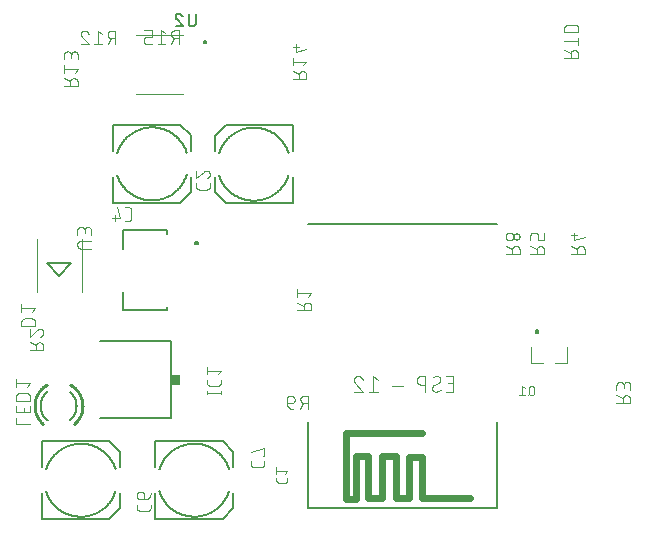
<source format=gbr>
G04 EAGLE Gerber RS-274X export*
G75*
%MOMM*%
%FSLAX34Y34*%
%LPD*%
%INSilkscreen Bottom*%
%IPPOS*%
%AMOC8*
5,1,8,0,0,1.08239X$1,22.5*%
G01*
%ADD10C,0.076200*%
%ADD11C,0.203200*%
%ADD12C,0.101600*%
%ADD13R,0.762000X0.863600*%
%ADD14C,0.152400*%
%ADD15C,0.254000*%
%ADD16C,0.127000*%
%ADD17C,0.609600*%
%ADD18C,0.120000*%
%ADD19C,0.200000*%


D10*
X237231Y52258D02*
X237231Y50169D01*
X237233Y50080D01*
X237239Y49992D01*
X237248Y49904D01*
X237261Y49816D01*
X237278Y49729D01*
X237298Y49643D01*
X237323Y49558D01*
X237350Y49473D01*
X237382Y49390D01*
X237416Y49309D01*
X237455Y49229D01*
X237496Y49151D01*
X237541Y49074D01*
X237589Y49000D01*
X237640Y48927D01*
X237694Y48857D01*
X237752Y48790D01*
X237812Y48724D01*
X237874Y48662D01*
X237940Y48602D01*
X238007Y48544D01*
X238077Y48490D01*
X238150Y48439D01*
X238224Y48391D01*
X238301Y48346D01*
X238379Y48305D01*
X238459Y48266D01*
X238540Y48232D01*
X238623Y48200D01*
X238708Y48173D01*
X238793Y48148D01*
X238879Y48128D01*
X238966Y48111D01*
X239054Y48098D01*
X239142Y48089D01*
X239230Y48083D01*
X239319Y48081D01*
X244541Y48081D01*
X244632Y48083D01*
X244723Y48089D01*
X244814Y48099D01*
X244904Y48113D01*
X244993Y48130D01*
X245081Y48152D01*
X245169Y48178D01*
X245255Y48207D01*
X245340Y48240D01*
X245423Y48277D01*
X245505Y48317D01*
X245585Y48361D01*
X245663Y48408D01*
X245739Y48459D01*
X245812Y48512D01*
X245883Y48569D01*
X245952Y48630D01*
X246017Y48693D01*
X246080Y48758D01*
X246140Y48827D01*
X246198Y48898D01*
X246251Y48971D01*
X246302Y49047D01*
X246349Y49125D01*
X246393Y49205D01*
X246433Y49287D01*
X246470Y49370D01*
X246503Y49455D01*
X246532Y49541D01*
X246558Y49629D01*
X246580Y49717D01*
X246597Y49806D01*
X246611Y49896D01*
X246621Y49987D01*
X246627Y50078D01*
X246629Y50169D01*
X246629Y52258D01*
X244541Y55727D02*
X246629Y58337D01*
X237231Y58337D01*
X237231Y55727D02*
X237231Y60948D01*
D11*
X251300Y284800D02*
X194300Y284800D01*
X251300Y284800D02*
X251300Y306800D01*
X251300Y328800D02*
X251300Y350800D01*
X194300Y350800D01*
X185300Y341800D02*
X185300Y328800D01*
X185300Y306800D02*
X185300Y293800D01*
X194300Y284800D01*
X185300Y341800D02*
X194300Y350800D01*
X188801Y308300D02*
X189041Y307586D01*
X189298Y306878D01*
X189573Y306177D01*
X189865Y305482D01*
X190173Y304795D01*
X190498Y304116D01*
X190840Y303444D01*
X191198Y302782D01*
X191572Y302128D01*
X191961Y301483D01*
X192367Y300848D01*
X192787Y300223D01*
X193223Y299609D01*
X193674Y299005D01*
X194139Y298413D01*
X194618Y297832D01*
X195112Y297263D01*
X195619Y296706D01*
X196140Y296161D01*
X196673Y295630D01*
X197220Y295111D01*
X197779Y294607D01*
X198350Y294115D01*
X198933Y293638D01*
X199527Y293176D01*
X200133Y292727D01*
X200749Y292294D01*
X201375Y291876D01*
X202012Y291473D01*
X202658Y291086D01*
X203313Y290715D01*
X203978Y290360D01*
X204650Y290021D01*
X205331Y289699D01*
X206020Y289393D01*
X206715Y289104D01*
X207418Y288832D01*
X208127Y288578D01*
X208842Y288340D01*
X209562Y288121D01*
X210288Y287918D01*
X211018Y287734D01*
X211753Y287567D01*
X212491Y287419D01*
X213233Y287288D01*
X213978Y287176D01*
X214725Y287081D01*
X215475Y287005D01*
X216226Y286948D01*
X216978Y286908D01*
X217731Y286887D01*
X218484Y286884D01*
X219237Y286900D01*
X219990Y286934D01*
X220741Y286986D01*
X221491Y287056D01*
X222239Y287145D01*
X222985Y287252D01*
X223727Y287377D01*
X224467Y287520D01*
X225203Y287681D01*
X225934Y287860D01*
X226662Y288057D01*
X227384Y288272D01*
X228100Y288504D01*
X228811Y288753D01*
X229516Y289020D01*
X230213Y289303D01*
X230904Y289604D01*
X231587Y289921D01*
X232262Y290255D01*
X232929Y290605D01*
X233587Y290972D01*
X234236Y291354D01*
X234876Y291752D01*
X235506Y292165D01*
X236125Y292594D01*
X236734Y293038D01*
X237332Y293496D01*
X237918Y293969D01*
X238493Y294456D01*
X239055Y294956D01*
X239606Y295471D01*
X240143Y295998D01*
X240668Y296539D01*
X241179Y297092D01*
X241677Y297657D01*
X242161Y298235D01*
X242630Y298824D01*
X243085Y299424D01*
X243526Y300035D01*
X243951Y300657D01*
X244361Y301289D01*
X244755Y301930D01*
X245134Y302582D01*
X245497Y303242D01*
X245843Y303911D01*
X246174Y304588D01*
X246487Y305272D01*
X246784Y305965D01*
X247064Y306664D01*
X247327Y307370D01*
X247572Y308082D01*
X247800Y308800D01*
X247799Y327300D02*
X247559Y328014D01*
X247302Y328722D01*
X247027Y329423D01*
X246735Y330118D01*
X246427Y330805D01*
X246102Y331484D01*
X245760Y332156D01*
X245402Y332818D01*
X245028Y333472D01*
X244639Y334117D01*
X244233Y334752D01*
X243813Y335377D01*
X243377Y335991D01*
X242926Y336595D01*
X242461Y337187D01*
X241982Y337768D01*
X241488Y338337D01*
X240981Y338894D01*
X240460Y339439D01*
X239927Y339970D01*
X239380Y340489D01*
X238821Y340993D01*
X238250Y341485D01*
X237667Y341962D01*
X237073Y342424D01*
X236467Y342873D01*
X235851Y343306D01*
X235225Y343724D01*
X234588Y344127D01*
X233942Y344514D01*
X233287Y344885D01*
X232622Y345240D01*
X231950Y345579D01*
X231269Y345901D01*
X230580Y346207D01*
X229885Y346496D01*
X229182Y346768D01*
X228473Y347022D01*
X227758Y347260D01*
X227038Y347479D01*
X226312Y347682D01*
X225582Y347866D01*
X224847Y348033D01*
X224109Y348181D01*
X223367Y348312D01*
X222622Y348424D01*
X221875Y348519D01*
X221125Y348595D01*
X220374Y348652D01*
X219622Y348692D01*
X218869Y348713D01*
X218116Y348716D01*
X217363Y348700D01*
X216610Y348666D01*
X215859Y348614D01*
X215109Y348544D01*
X214361Y348455D01*
X213615Y348348D01*
X212873Y348223D01*
X212133Y348080D01*
X211397Y347919D01*
X210666Y347740D01*
X209938Y347543D01*
X209216Y347328D01*
X208500Y347096D01*
X207789Y346847D01*
X207084Y346580D01*
X206387Y346297D01*
X205696Y345996D01*
X205013Y345679D01*
X204338Y345345D01*
X203671Y344995D01*
X203013Y344628D01*
X202364Y344246D01*
X201724Y343848D01*
X201094Y343435D01*
X200475Y343006D01*
X199866Y342562D01*
X199268Y342104D01*
X198682Y341631D01*
X198107Y341144D01*
X197545Y340644D01*
X196994Y340129D01*
X196457Y339602D01*
X195932Y339061D01*
X195421Y338508D01*
X194923Y337943D01*
X194439Y337365D01*
X193970Y336776D01*
X193515Y336176D01*
X193074Y335565D01*
X192649Y334943D01*
X192239Y334311D01*
X191845Y333670D01*
X191466Y333018D01*
X191103Y332358D01*
X190757Y331689D01*
X190426Y331012D01*
X190113Y330328D01*
X189816Y329635D01*
X189536Y328936D01*
X189273Y328230D01*
X189028Y327518D01*
X188800Y326800D01*
D12*
X169308Y301436D02*
X169308Y298839D01*
X169310Y298740D01*
X169316Y298640D01*
X169325Y298541D01*
X169338Y298443D01*
X169355Y298345D01*
X169376Y298247D01*
X169401Y298151D01*
X169429Y298056D01*
X169461Y297962D01*
X169496Y297869D01*
X169535Y297777D01*
X169578Y297687D01*
X169623Y297599D01*
X169673Y297512D01*
X169725Y297428D01*
X169781Y297345D01*
X169839Y297265D01*
X169901Y297187D01*
X169966Y297112D01*
X170034Y297039D01*
X170104Y296969D01*
X170177Y296901D01*
X170252Y296836D01*
X170330Y296774D01*
X170410Y296716D01*
X170493Y296660D01*
X170577Y296608D01*
X170664Y296558D01*
X170752Y296513D01*
X170842Y296470D01*
X170934Y296431D01*
X171027Y296396D01*
X171121Y296364D01*
X171216Y296336D01*
X171312Y296311D01*
X171410Y296290D01*
X171508Y296273D01*
X171606Y296260D01*
X171705Y296251D01*
X171805Y296245D01*
X171904Y296243D01*
X178396Y296243D01*
X178495Y296245D01*
X178595Y296251D01*
X178694Y296260D01*
X178792Y296273D01*
X178890Y296290D01*
X178988Y296311D01*
X179084Y296336D01*
X179179Y296364D01*
X179273Y296396D01*
X179366Y296431D01*
X179458Y296470D01*
X179548Y296513D01*
X179636Y296558D01*
X179723Y296608D01*
X179807Y296660D01*
X179890Y296716D01*
X179970Y296774D01*
X180048Y296836D01*
X180123Y296901D01*
X180196Y296969D01*
X180266Y297039D01*
X180334Y297112D01*
X180399Y297187D01*
X180461Y297265D01*
X180519Y297345D01*
X180575Y297428D01*
X180627Y297512D01*
X180677Y297599D01*
X180722Y297687D01*
X180765Y297777D01*
X180804Y297869D01*
X180839Y297961D01*
X180871Y298056D01*
X180899Y298151D01*
X180924Y298247D01*
X180945Y298345D01*
X180962Y298443D01*
X180975Y298541D01*
X180984Y298640D01*
X180990Y298740D01*
X180992Y298839D01*
X180992Y301436D01*
X180992Y309371D02*
X180990Y309478D01*
X180984Y309584D01*
X180974Y309690D01*
X180961Y309796D01*
X180943Y309902D01*
X180922Y310006D01*
X180897Y310110D01*
X180868Y310213D01*
X180836Y310314D01*
X180799Y310414D01*
X180759Y310513D01*
X180716Y310611D01*
X180669Y310707D01*
X180618Y310801D01*
X180564Y310893D01*
X180507Y310983D01*
X180447Y311071D01*
X180383Y311156D01*
X180316Y311239D01*
X180246Y311320D01*
X180174Y311398D01*
X180098Y311474D01*
X180020Y311546D01*
X179939Y311616D01*
X179856Y311683D01*
X179771Y311747D01*
X179683Y311807D01*
X179593Y311864D01*
X179501Y311918D01*
X179407Y311969D01*
X179311Y312016D01*
X179213Y312059D01*
X179114Y312099D01*
X179014Y312136D01*
X178913Y312168D01*
X178810Y312197D01*
X178706Y312222D01*
X178602Y312243D01*
X178496Y312261D01*
X178390Y312274D01*
X178284Y312284D01*
X178178Y312290D01*
X178071Y312292D01*
X180992Y309371D02*
X180990Y309250D01*
X180984Y309129D01*
X180974Y309009D01*
X180961Y308888D01*
X180943Y308769D01*
X180922Y308649D01*
X180897Y308531D01*
X180868Y308414D01*
X180835Y308297D01*
X180799Y308182D01*
X180758Y308068D01*
X180715Y307955D01*
X180667Y307843D01*
X180616Y307734D01*
X180561Y307626D01*
X180503Y307519D01*
X180442Y307415D01*
X180377Y307313D01*
X180309Y307213D01*
X180238Y307115D01*
X180164Y307019D01*
X180087Y306926D01*
X180006Y306836D01*
X179923Y306748D01*
X179837Y306663D01*
X179748Y306580D01*
X179657Y306501D01*
X179563Y306424D01*
X179467Y306351D01*
X179369Y306281D01*
X179268Y306214D01*
X179165Y306150D01*
X179060Y306090D01*
X178953Y306033D01*
X178845Y305979D01*
X178735Y305929D01*
X178623Y305883D01*
X178510Y305840D01*
X178395Y305801D01*
X175799Y311319D02*
X175876Y311398D01*
X175957Y311474D01*
X176040Y311547D01*
X176125Y311617D01*
X176213Y311684D01*
X176303Y311748D01*
X176395Y311808D01*
X176490Y311865D01*
X176586Y311919D01*
X176684Y311970D01*
X176784Y312017D01*
X176886Y312061D01*
X176989Y312101D01*
X177093Y312137D01*
X177199Y312169D01*
X177305Y312198D01*
X177413Y312223D01*
X177521Y312245D01*
X177631Y312262D01*
X177740Y312276D01*
X177850Y312285D01*
X177961Y312291D01*
X178071Y312293D01*
X175799Y311318D02*
X169308Y305801D01*
X169308Y312292D01*
D11*
X95800Y83200D02*
X38800Y83200D01*
X38800Y61200D01*
X38800Y39200D02*
X38800Y17200D01*
X95800Y17200D01*
X104800Y26200D02*
X104800Y39200D01*
X104800Y61200D02*
X104800Y74200D01*
X95800Y83200D01*
X104800Y26200D02*
X95800Y17200D01*
X101299Y59700D02*
X101059Y60414D01*
X100802Y61122D01*
X100527Y61823D01*
X100235Y62518D01*
X99927Y63205D01*
X99602Y63884D01*
X99260Y64556D01*
X98902Y65218D01*
X98528Y65872D01*
X98139Y66517D01*
X97733Y67152D01*
X97313Y67777D01*
X96877Y68391D01*
X96426Y68995D01*
X95961Y69587D01*
X95482Y70168D01*
X94988Y70737D01*
X94481Y71294D01*
X93960Y71839D01*
X93427Y72370D01*
X92880Y72889D01*
X92321Y73393D01*
X91750Y73885D01*
X91167Y74362D01*
X90573Y74824D01*
X89967Y75273D01*
X89351Y75706D01*
X88725Y76124D01*
X88088Y76527D01*
X87442Y76914D01*
X86787Y77285D01*
X86122Y77640D01*
X85450Y77979D01*
X84769Y78301D01*
X84080Y78607D01*
X83385Y78896D01*
X82682Y79168D01*
X81973Y79422D01*
X81258Y79660D01*
X80538Y79879D01*
X79812Y80082D01*
X79082Y80266D01*
X78347Y80433D01*
X77609Y80581D01*
X76867Y80712D01*
X76122Y80824D01*
X75375Y80919D01*
X74625Y80995D01*
X73874Y81052D01*
X73122Y81092D01*
X72369Y81113D01*
X71616Y81116D01*
X70863Y81100D01*
X70110Y81066D01*
X69359Y81014D01*
X68609Y80944D01*
X67861Y80855D01*
X67115Y80748D01*
X66373Y80623D01*
X65633Y80480D01*
X64897Y80319D01*
X64166Y80140D01*
X63438Y79943D01*
X62716Y79728D01*
X62000Y79496D01*
X61289Y79247D01*
X60584Y78980D01*
X59887Y78697D01*
X59196Y78396D01*
X58513Y78079D01*
X57838Y77745D01*
X57171Y77395D01*
X56513Y77028D01*
X55864Y76646D01*
X55224Y76248D01*
X54594Y75835D01*
X53975Y75406D01*
X53366Y74962D01*
X52768Y74504D01*
X52182Y74031D01*
X51607Y73544D01*
X51045Y73044D01*
X50494Y72529D01*
X49957Y72002D01*
X49432Y71461D01*
X48921Y70908D01*
X48423Y70343D01*
X47939Y69765D01*
X47470Y69176D01*
X47015Y68576D01*
X46574Y67965D01*
X46149Y67343D01*
X45739Y66711D01*
X45345Y66070D01*
X44966Y65418D01*
X44603Y64758D01*
X44257Y64089D01*
X43926Y63412D01*
X43613Y62728D01*
X43316Y62035D01*
X43036Y61336D01*
X42773Y60630D01*
X42528Y59918D01*
X42300Y59200D01*
X42301Y40700D02*
X42541Y39986D01*
X42798Y39278D01*
X43073Y38577D01*
X43365Y37882D01*
X43673Y37195D01*
X43998Y36516D01*
X44340Y35844D01*
X44698Y35182D01*
X45072Y34528D01*
X45461Y33883D01*
X45867Y33248D01*
X46287Y32623D01*
X46723Y32009D01*
X47174Y31405D01*
X47639Y30813D01*
X48118Y30232D01*
X48612Y29663D01*
X49119Y29106D01*
X49640Y28561D01*
X50173Y28030D01*
X50720Y27511D01*
X51279Y27007D01*
X51850Y26515D01*
X52433Y26038D01*
X53027Y25576D01*
X53633Y25127D01*
X54249Y24694D01*
X54875Y24276D01*
X55512Y23873D01*
X56158Y23486D01*
X56813Y23115D01*
X57478Y22760D01*
X58150Y22421D01*
X58831Y22099D01*
X59520Y21793D01*
X60215Y21504D01*
X60918Y21232D01*
X61627Y20978D01*
X62342Y20740D01*
X63062Y20521D01*
X63788Y20318D01*
X64518Y20134D01*
X65253Y19967D01*
X65991Y19819D01*
X66733Y19688D01*
X67478Y19576D01*
X68225Y19481D01*
X68975Y19405D01*
X69726Y19348D01*
X70478Y19308D01*
X71231Y19287D01*
X71984Y19284D01*
X72737Y19300D01*
X73490Y19334D01*
X74241Y19386D01*
X74991Y19456D01*
X75739Y19545D01*
X76485Y19652D01*
X77227Y19777D01*
X77967Y19920D01*
X78703Y20081D01*
X79434Y20260D01*
X80162Y20457D01*
X80884Y20672D01*
X81600Y20904D01*
X82311Y21153D01*
X83016Y21420D01*
X83713Y21703D01*
X84404Y22004D01*
X85087Y22321D01*
X85762Y22655D01*
X86429Y23005D01*
X87087Y23372D01*
X87736Y23754D01*
X88376Y24152D01*
X89006Y24565D01*
X89625Y24994D01*
X90234Y25438D01*
X90832Y25896D01*
X91418Y26369D01*
X91993Y26856D01*
X92555Y27356D01*
X93106Y27871D01*
X93643Y28398D01*
X94168Y28939D01*
X94679Y29492D01*
X95177Y30057D01*
X95661Y30635D01*
X96130Y31224D01*
X96585Y31824D01*
X97026Y32435D01*
X97451Y33057D01*
X97861Y33689D01*
X98255Y34330D01*
X98634Y34982D01*
X98997Y35642D01*
X99343Y36311D01*
X99674Y36988D01*
X99987Y37672D01*
X100284Y38365D01*
X100564Y39064D01*
X100827Y39770D01*
X101072Y40482D01*
X101300Y41200D01*
D12*
X119208Y29501D02*
X119208Y26904D01*
X119210Y26805D01*
X119216Y26705D01*
X119225Y26606D01*
X119238Y26508D01*
X119255Y26410D01*
X119276Y26312D01*
X119301Y26216D01*
X119329Y26121D01*
X119361Y26027D01*
X119396Y25934D01*
X119435Y25842D01*
X119478Y25752D01*
X119523Y25664D01*
X119573Y25577D01*
X119625Y25493D01*
X119681Y25410D01*
X119739Y25330D01*
X119801Y25252D01*
X119866Y25177D01*
X119934Y25104D01*
X120004Y25034D01*
X120077Y24966D01*
X120152Y24901D01*
X120230Y24839D01*
X120310Y24781D01*
X120393Y24725D01*
X120477Y24673D01*
X120564Y24623D01*
X120652Y24578D01*
X120742Y24535D01*
X120834Y24496D01*
X120927Y24461D01*
X121021Y24429D01*
X121116Y24401D01*
X121212Y24376D01*
X121310Y24355D01*
X121408Y24338D01*
X121506Y24325D01*
X121605Y24316D01*
X121705Y24310D01*
X121804Y24308D01*
X128296Y24308D01*
X128395Y24310D01*
X128495Y24316D01*
X128594Y24325D01*
X128692Y24338D01*
X128790Y24355D01*
X128888Y24376D01*
X128984Y24401D01*
X129079Y24429D01*
X129173Y24461D01*
X129266Y24496D01*
X129358Y24535D01*
X129448Y24578D01*
X129536Y24623D01*
X129623Y24673D01*
X129707Y24725D01*
X129790Y24781D01*
X129870Y24839D01*
X129948Y24901D01*
X130023Y24966D01*
X130096Y25034D01*
X130166Y25104D01*
X130234Y25177D01*
X130299Y25252D01*
X130361Y25330D01*
X130419Y25410D01*
X130475Y25493D01*
X130527Y25577D01*
X130577Y25664D01*
X130622Y25752D01*
X130665Y25842D01*
X130704Y25934D01*
X130739Y26026D01*
X130771Y26121D01*
X130799Y26216D01*
X130824Y26312D01*
X130845Y26410D01*
X130862Y26508D01*
X130875Y26606D01*
X130884Y26705D01*
X130890Y26805D01*
X130892Y26904D01*
X130892Y29501D01*
X125699Y33866D02*
X125699Y37761D01*
X125697Y37860D01*
X125691Y37960D01*
X125682Y38059D01*
X125669Y38157D01*
X125652Y38255D01*
X125631Y38353D01*
X125606Y38449D01*
X125578Y38544D01*
X125546Y38638D01*
X125511Y38731D01*
X125472Y38823D01*
X125429Y38913D01*
X125384Y39001D01*
X125334Y39088D01*
X125282Y39172D01*
X125226Y39255D01*
X125168Y39335D01*
X125106Y39413D01*
X125041Y39488D01*
X124973Y39561D01*
X124903Y39631D01*
X124830Y39699D01*
X124755Y39764D01*
X124677Y39826D01*
X124597Y39884D01*
X124514Y39940D01*
X124430Y39992D01*
X124343Y40042D01*
X124255Y40087D01*
X124165Y40130D01*
X124073Y40169D01*
X123980Y40204D01*
X123886Y40236D01*
X123791Y40264D01*
X123695Y40289D01*
X123597Y40310D01*
X123499Y40327D01*
X123401Y40340D01*
X123302Y40349D01*
X123202Y40355D01*
X123103Y40357D01*
X122454Y40357D01*
X122454Y40358D02*
X122341Y40356D01*
X122228Y40350D01*
X122115Y40340D01*
X122002Y40326D01*
X121890Y40309D01*
X121779Y40287D01*
X121669Y40262D01*
X121559Y40232D01*
X121451Y40199D01*
X121344Y40162D01*
X121238Y40122D01*
X121134Y40077D01*
X121031Y40029D01*
X120930Y39978D01*
X120831Y39923D01*
X120734Y39865D01*
X120639Y39803D01*
X120546Y39738D01*
X120456Y39670D01*
X120368Y39599D01*
X120282Y39524D01*
X120199Y39447D01*
X120119Y39367D01*
X120042Y39284D01*
X119967Y39198D01*
X119896Y39110D01*
X119828Y39020D01*
X119763Y38927D01*
X119701Y38832D01*
X119643Y38735D01*
X119588Y38636D01*
X119537Y38535D01*
X119489Y38432D01*
X119444Y38328D01*
X119404Y38222D01*
X119367Y38115D01*
X119334Y38007D01*
X119304Y37897D01*
X119279Y37787D01*
X119257Y37676D01*
X119240Y37564D01*
X119226Y37451D01*
X119216Y37338D01*
X119210Y37225D01*
X119208Y37112D01*
X119210Y36999D01*
X119216Y36886D01*
X119226Y36773D01*
X119240Y36660D01*
X119257Y36548D01*
X119279Y36437D01*
X119304Y36327D01*
X119334Y36217D01*
X119367Y36109D01*
X119404Y36002D01*
X119444Y35896D01*
X119489Y35792D01*
X119537Y35689D01*
X119588Y35588D01*
X119643Y35489D01*
X119701Y35392D01*
X119763Y35297D01*
X119828Y35204D01*
X119896Y35114D01*
X119967Y35026D01*
X120042Y34940D01*
X120119Y34857D01*
X120199Y34777D01*
X120282Y34700D01*
X120368Y34625D01*
X120456Y34554D01*
X120546Y34486D01*
X120639Y34421D01*
X120734Y34359D01*
X120831Y34301D01*
X120930Y34246D01*
X121031Y34195D01*
X121134Y34147D01*
X121238Y34102D01*
X121344Y34062D01*
X121451Y34025D01*
X121559Y33992D01*
X121669Y33962D01*
X121779Y33937D01*
X121890Y33915D01*
X122002Y33898D01*
X122115Y33884D01*
X122228Y33874D01*
X122341Y33868D01*
X122454Y33866D01*
X125699Y33866D01*
X125842Y33868D01*
X125985Y33874D01*
X126128Y33884D01*
X126270Y33898D01*
X126412Y33915D01*
X126554Y33937D01*
X126695Y33962D01*
X126835Y33992D01*
X126974Y34025D01*
X127112Y34062D01*
X127249Y34103D01*
X127385Y34147D01*
X127520Y34196D01*
X127653Y34248D01*
X127785Y34303D01*
X127915Y34363D01*
X128044Y34426D01*
X128171Y34492D01*
X128295Y34562D01*
X128418Y34635D01*
X128539Y34712D01*
X128658Y34792D01*
X128774Y34875D01*
X128889Y34961D01*
X129000Y35050D01*
X129110Y35143D01*
X129216Y35238D01*
X129320Y35337D01*
X129421Y35438D01*
X129520Y35542D01*
X129615Y35648D01*
X129708Y35758D01*
X129797Y35869D01*
X129883Y35984D01*
X129966Y36100D01*
X130046Y36219D01*
X130123Y36340D01*
X130196Y36462D01*
X130266Y36587D01*
X130332Y36714D01*
X130395Y36843D01*
X130455Y36973D01*
X130510Y37105D01*
X130562Y37238D01*
X130611Y37373D01*
X130655Y37509D01*
X130696Y37646D01*
X130733Y37784D01*
X130766Y37923D01*
X130796Y38063D01*
X130821Y38204D01*
X130843Y38346D01*
X130860Y38488D01*
X130874Y38630D01*
X130884Y38773D01*
X130890Y38916D01*
X130892Y39059D01*
D11*
X134800Y83200D02*
X191800Y83200D01*
X134800Y83200D02*
X134800Y61200D01*
X134800Y39200D02*
X134800Y17200D01*
X191800Y17200D01*
X200800Y26200D02*
X200800Y39200D01*
X200800Y61200D02*
X200800Y74200D01*
X191800Y83200D01*
X200800Y26200D02*
X191800Y17200D01*
X197299Y59700D02*
X197059Y60414D01*
X196802Y61122D01*
X196527Y61823D01*
X196235Y62518D01*
X195927Y63205D01*
X195602Y63884D01*
X195260Y64556D01*
X194902Y65218D01*
X194528Y65872D01*
X194139Y66517D01*
X193733Y67152D01*
X193313Y67777D01*
X192877Y68391D01*
X192426Y68995D01*
X191961Y69587D01*
X191482Y70168D01*
X190988Y70737D01*
X190481Y71294D01*
X189960Y71839D01*
X189427Y72370D01*
X188880Y72889D01*
X188321Y73393D01*
X187750Y73885D01*
X187167Y74362D01*
X186573Y74824D01*
X185967Y75273D01*
X185351Y75706D01*
X184725Y76124D01*
X184088Y76527D01*
X183442Y76914D01*
X182787Y77285D01*
X182122Y77640D01*
X181450Y77979D01*
X180769Y78301D01*
X180080Y78607D01*
X179385Y78896D01*
X178682Y79168D01*
X177973Y79422D01*
X177258Y79660D01*
X176538Y79879D01*
X175812Y80082D01*
X175082Y80266D01*
X174347Y80433D01*
X173609Y80581D01*
X172867Y80712D01*
X172122Y80824D01*
X171375Y80919D01*
X170625Y80995D01*
X169874Y81052D01*
X169122Y81092D01*
X168369Y81113D01*
X167616Y81116D01*
X166863Y81100D01*
X166110Y81066D01*
X165359Y81014D01*
X164609Y80944D01*
X163861Y80855D01*
X163115Y80748D01*
X162373Y80623D01*
X161633Y80480D01*
X160897Y80319D01*
X160166Y80140D01*
X159438Y79943D01*
X158716Y79728D01*
X158000Y79496D01*
X157289Y79247D01*
X156584Y78980D01*
X155887Y78697D01*
X155196Y78396D01*
X154513Y78079D01*
X153838Y77745D01*
X153171Y77395D01*
X152513Y77028D01*
X151864Y76646D01*
X151224Y76248D01*
X150594Y75835D01*
X149975Y75406D01*
X149366Y74962D01*
X148768Y74504D01*
X148182Y74031D01*
X147607Y73544D01*
X147045Y73044D01*
X146494Y72529D01*
X145957Y72002D01*
X145432Y71461D01*
X144921Y70908D01*
X144423Y70343D01*
X143939Y69765D01*
X143470Y69176D01*
X143015Y68576D01*
X142574Y67965D01*
X142149Y67343D01*
X141739Y66711D01*
X141345Y66070D01*
X140966Y65418D01*
X140603Y64758D01*
X140257Y64089D01*
X139926Y63412D01*
X139613Y62728D01*
X139316Y62035D01*
X139036Y61336D01*
X138773Y60630D01*
X138528Y59918D01*
X138300Y59200D01*
X138301Y40700D02*
X138541Y39986D01*
X138798Y39278D01*
X139073Y38577D01*
X139365Y37882D01*
X139673Y37195D01*
X139998Y36516D01*
X140340Y35844D01*
X140698Y35182D01*
X141072Y34528D01*
X141461Y33883D01*
X141867Y33248D01*
X142287Y32623D01*
X142723Y32009D01*
X143174Y31405D01*
X143639Y30813D01*
X144118Y30232D01*
X144612Y29663D01*
X145119Y29106D01*
X145640Y28561D01*
X146173Y28030D01*
X146720Y27511D01*
X147279Y27007D01*
X147850Y26515D01*
X148433Y26038D01*
X149027Y25576D01*
X149633Y25127D01*
X150249Y24694D01*
X150875Y24276D01*
X151512Y23873D01*
X152158Y23486D01*
X152813Y23115D01*
X153478Y22760D01*
X154150Y22421D01*
X154831Y22099D01*
X155520Y21793D01*
X156215Y21504D01*
X156918Y21232D01*
X157627Y20978D01*
X158342Y20740D01*
X159062Y20521D01*
X159788Y20318D01*
X160518Y20134D01*
X161253Y19967D01*
X161991Y19819D01*
X162733Y19688D01*
X163478Y19576D01*
X164225Y19481D01*
X164975Y19405D01*
X165726Y19348D01*
X166478Y19308D01*
X167231Y19287D01*
X167984Y19284D01*
X168737Y19300D01*
X169490Y19334D01*
X170241Y19386D01*
X170991Y19456D01*
X171739Y19545D01*
X172485Y19652D01*
X173227Y19777D01*
X173967Y19920D01*
X174703Y20081D01*
X175434Y20260D01*
X176162Y20457D01*
X176884Y20672D01*
X177600Y20904D01*
X178311Y21153D01*
X179016Y21420D01*
X179713Y21703D01*
X180404Y22004D01*
X181087Y22321D01*
X181762Y22655D01*
X182429Y23005D01*
X183087Y23372D01*
X183736Y23754D01*
X184376Y24152D01*
X185006Y24565D01*
X185625Y24994D01*
X186234Y25438D01*
X186832Y25896D01*
X187418Y26369D01*
X187993Y26856D01*
X188555Y27356D01*
X189106Y27871D01*
X189643Y28398D01*
X190168Y28939D01*
X190679Y29492D01*
X191177Y30057D01*
X191661Y30635D01*
X192130Y31224D01*
X192585Y31824D01*
X193026Y32435D01*
X193451Y33057D01*
X193861Y33689D01*
X194255Y34330D01*
X194634Y34982D01*
X194997Y35642D01*
X195343Y36311D01*
X195674Y36988D01*
X195987Y37672D01*
X196284Y38365D01*
X196564Y39064D01*
X196827Y39770D01*
X197072Y40482D01*
X197300Y41200D01*
D12*
X215608Y64004D02*
X215608Y66601D01*
X215608Y64004D02*
X215610Y63905D01*
X215616Y63805D01*
X215625Y63706D01*
X215638Y63608D01*
X215655Y63510D01*
X215676Y63412D01*
X215701Y63316D01*
X215729Y63221D01*
X215761Y63127D01*
X215796Y63034D01*
X215835Y62942D01*
X215878Y62852D01*
X215923Y62764D01*
X215973Y62677D01*
X216025Y62593D01*
X216081Y62510D01*
X216139Y62430D01*
X216201Y62352D01*
X216266Y62277D01*
X216334Y62204D01*
X216404Y62134D01*
X216477Y62066D01*
X216552Y62001D01*
X216630Y61939D01*
X216710Y61881D01*
X216793Y61825D01*
X216877Y61773D01*
X216964Y61723D01*
X217052Y61678D01*
X217142Y61635D01*
X217234Y61596D01*
X217327Y61561D01*
X217421Y61529D01*
X217516Y61501D01*
X217612Y61476D01*
X217710Y61455D01*
X217808Y61438D01*
X217906Y61425D01*
X218005Y61416D01*
X218105Y61410D01*
X218204Y61408D01*
X224696Y61408D01*
X224795Y61410D01*
X224895Y61416D01*
X224994Y61425D01*
X225092Y61438D01*
X225190Y61455D01*
X225288Y61476D01*
X225384Y61501D01*
X225479Y61529D01*
X225573Y61561D01*
X225666Y61596D01*
X225758Y61635D01*
X225848Y61678D01*
X225936Y61723D01*
X226023Y61773D01*
X226107Y61825D01*
X226190Y61881D01*
X226270Y61939D01*
X226348Y62001D01*
X226423Y62066D01*
X226496Y62134D01*
X226566Y62204D01*
X226634Y62277D01*
X226699Y62352D01*
X226761Y62430D01*
X226819Y62510D01*
X226875Y62593D01*
X226927Y62677D01*
X226977Y62764D01*
X227022Y62852D01*
X227065Y62942D01*
X227104Y63034D01*
X227139Y63126D01*
X227171Y63221D01*
X227199Y63316D01*
X227224Y63412D01*
X227245Y63510D01*
X227262Y63608D01*
X227275Y63706D01*
X227284Y63805D01*
X227290Y63905D01*
X227292Y64004D01*
X227292Y66601D01*
X227292Y70966D02*
X225994Y70966D01*
X227292Y70966D02*
X227292Y77457D01*
X215608Y74212D01*
X72450Y209094D02*
X72450Y254306D01*
X34350Y254306D02*
X34350Y209094D01*
D11*
X53400Y223400D02*
X63400Y233630D01*
X53400Y223400D02*
X43400Y233630D01*
X63400Y233630D01*
D12*
X33182Y180618D02*
X21498Y180618D01*
X33182Y180618D02*
X33182Y183864D01*
X33180Y183977D01*
X33174Y184090D01*
X33164Y184203D01*
X33150Y184316D01*
X33133Y184428D01*
X33111Y184539D01*
X33086Y184649D01*
X33056Y184759D01*
X33023Y184867D01*
X32986Y184974D01*
X32946Y185080D01*
X32901Y185184D01*
X32853Y185287D01*
X32802Y185388D01*
X32747Y185487D01*
X32689Y185584D01*
X32627Y185679D01*
X32562Y185772D01*
X32494Y185862D01*
X32423Y185950D01*
X32348Y186036D01*
X32271Y186119D01*
X32191Y186199D01*
X32108Y186276D01*
X32022Y186351D01*
X31934Y186422D01*
X31844Y186490D01*
X31751Y186555D01*
X31656Y186617D01*
X31559Y186675D01*
X31460Y186730D01*
X31359Y186781D01*
X31256Y186829D01*
X31152Y186874D01*
X31046Y186914D01*
X30939Y186951D01*
X30831Y186984D01*
X30721Y187014D01*
X30611Y187039D01*
X30500Y187061D01*
X30388Y187078D01*
X30275Y187092D01*
X30162Y187102D01*
X30049Y187108D01*
X29936Y187110D01*
X29936Y187109D02*
X24744Y187109D01*
X24744Y187110D02*
X24631Y187108D01*
X24518Y187102D01*
X24405Y187092D01*
X24292Y187078D01*
X24180Y187061D01*
X24069Y187039D01*
X23959Y187014D01*
X23849Y186984D01*
X23741Y186951D01*
X23634Y186914D01*
X23528Y186874D01*
X23424Y186829D01*
X23321Y186781D01*
X23220Y186730D01*
X23121Y186675D01*
X23024Y186617D01*
X22929Y186555D01*
X22836Y186490D01*
X22746Y186422D01*
X22658Y186351D01*
X22572Y186276D01*
X22489Y186199D01*
X22409Y186119D01*
X22332Y186036D01*
X22257Y185950D01*
X22186Y185862D01*
X22118Y185772D01*
X22053Y185679D01*
X21991Y185584D01*
X21933Y185487D01*
X21878Y185388D01*
X21827Y185287D01*
X21779Y185184D01*
X21734Y185080D01*
X21694Y184974D01*
X21657Y184867D01*
X21624Y184759D01*
X21594Y184649D01*
X21569Y184539D01*
X21547Y184428D01*
X21530Y184316D01*
X21516Y184203D01*
X21506Y184090D01*
X21500Y183977D01*
X21498Y183864D01*
X21498Y180618D01*
X30586Y192429D02*
X33182Y195675D01*
X21498Y195675D01*
X21498Y198920D02*
X21498Y192429D01*
D11*
X87846Y102534D02*
X147790Y102530D01*
X147790Y168070D01*
X87846Y168066D01*
D13*
X152616Y135300D03*
D12*
X178508Y124277D02*
X190192Y124277D01*
X178508Y122979D02*
X178508Y125576D01*
X190192Y125576D02*
X190192Y122979D01*
X178508Y132739D02*
X178508Y135336D01*
X178508Y132739D02*
X178510Y132640D01*
X178516Y132540D01*
X178525Y132441D01*
X178538Y132343D01*
X178555Y132245D01*
X178576Y132147D01*
X178601Y132051D01*
X178629Y131956D01*
X178661Y131862D01*
X178696Y131769D01*
X178735Y131677D01*
X178778Y131587D01*
X178823Y131499D01*
X178873Y131412D01*
X178925Y131328D01*
X178981Y131245D01*
X179039Y131165D01*
X179101Y131087D01*
X179166Y131012D01*
X179234Y130939D01*
X179304Y130869D01*
X179377Y130801D01*
X179452Y130736D01*
X179530Y130674D01*
X179610Y130616D01*
X179693Y130560D01*
X179777Y130508D01*
X179864Y130458D01*
X179952Y130413D01*
X180042Y130370D01*
X180134Y130331D01*
X180227Y130296D01*
X180321Y130264D01*
X180416Y130236D01*
X180512Y130211D01*
X180610Y130190D01*
X180708Y130173D01*
X180806Y130160D01*
X180905Y130151D01*
X181005Y130145D01*
X181104Y130143D01*
X187596Y130143D01*
X187695Y130145D01*
X187795Y130151D01*
X187894Y130160D01*
X187992Y130173D01*
X188090Y130190D01*
X188188Y130211D01*
X188284Y130236D01*
X188379Y130264D01*
X188473Y130296D01*
X188566Y130331D01*
X188658Y130370D01*
X188748Y130413D01*
X188836Y130458D01*
X188923Y130508D01*
X189007Y130560D01*
X189090Y130616D01*
X189170Y130674D01*
X189248Y130736D01*
X189323Y130801D01*
X189396Y130869D01*
X189466Y130939D01*
X189534Y131012D01*
X189599Y131087D01*
X189661Y131165D01*
X189719Y131245D01*
X189775Y131328D01*
X189827Y131412D01*
X189877Y131499D01*
X189922Y131587D01*
X189965Y131677D01*
X190004Y131769D01*
X190039Y131861D01*
X190071Y131956D01*
X190099Y132051D01*
X190124Y132147D01*
X190145Y132245D01*
X190162Y132343D01*
X190175Y132441D01*
X190184Y132540D01*
X190190Y132640D01*
X190192Y132739D01*
X190192Y135336D01*
X187596Y139701D02*
X190192Y142946D01*
X178508Y142946D01*
X178508Y139701D02*
X178508Y146192D01*
D14*
X44042Y100799D02*
X43742Y101018D01*
X43448Y101245D01*
X43160Y101479D01*
X42877Y101720D01*
X42600Y101967D01*
X42329Y102222D01*
X42065Y102483D01*
X41807Y102750D01*
X41556Y103023D01*
X41311Y103303D01*
X41073Y103588D01*
X40843Y103879D01*
X40619Y104176D01*
X40403Y104478D01*
X40194Y104785D01*
X39993Y105097D01*
X39799Y105414D01*
X39613Y105736D01*
X39435Y106062D01*
X39265Y106392D01*
X39103Y106726D01*
X38950Y107064D01*
X38804Y107406D01*
X38667Y107751D01*
X38539Y108100D01*
X38419Y108451D01*
X38307Y108806D01*
X38205Y109163D01*
X38110Y109522D01*
X38025Y109883D01*
X37949Y110247D01*
X37881Y110612D01*
X37823Y110979D01*
X37773Y111347D01*
X37732Y111716D01*
X37701Y112086D01*
X37678Y112457D01*
X37665Y112828D01*
X37660Y113200D01*
X37665Y113572D01*
X37678Y113943D01*
X37701Y114315D01*
X37733Y114685D01*
X37773Y115055D01*
X37823Y115423D01*
X37882Y115791D01*
X37949Y116156D01*
X38026Y116520D01*
X38112Y116882D01*
X38206Y117242D01*
X38309Y117599D01*
X38420Y117954D01*
X38541Y118306D01*
X38670Y118655D01*
X38807Y119000D01*
X38953Y119342D01*
X39107Y119681D01*
X39269Y120016D01*
X39439Y120346D01*
X39618Y120672D01*
X39804Y120994D01*
X39998Y121312D01*
X40200Y121624D01*
X40409Y121931D01*
X40626Y122233D01*
X40850Y122530D01*
X41081Y122822D01*
X41319Y123107D01*
X41565Y123387D01*
X41817Y123660D01*
X42075Y123928D01*
X42340Y124188D01*
X42611Y124443D01*
X42889Y124691D01*
X43172Y124931D01*
X43461Y125165D01*
X43756Y125392D01*
X68140Y113200D02*
X68136Y112835D01*
X68123Y112470D01*
X68101Y112106D01*
X68070Y111743D01*
X68031Y111380D01*
X67983Y111018D01*
X67926Y110658D01*
X67861Y110299D01*
X67788Y109941D01*
X67705Y109586D01*
X67615Y109233D01*
X67515Y108881D01*
X67408Y108533D01*
X67292Y108187D01*
X67168Y107844D01*
X67035Y107504D01*
X66895Y107167D01*
X66747Y106834D01*
X66590Y106504D01*
X66426Y106178D01*
X66254Y105856D01*
X66074Y105539D01*
X65887Y105226D01*
X65693Y104917D01*
X65491Y104613D01*
X65281Y104314D01*
X65065Y104020D01*
X64842Y103732D01*
X64612Y103449D01*
X64375Y103171D01*
X64132Y102899D01*
X63882Y102633D01*
X63626Y102373D01*
X63363Y102120D01*
X63095Y101872D01*
X62821Y101632D01*
X62541Y101397D01*
X62256Y101170D01*
X68140Y113200D02*
X68136Y113565D01*
X68123Y113930D01*
X68101Y114294D01*
X68070Y114657D01*
X68031Y115020D01*
X67983Y115382D01*
X67926Y115742D01*
X67861Y116101D01*
X67788Y116459D01*
X67705Y116814D01*
X67615Y117167D01*
X67515Y117519D01*
X67408Y117867D01*
X67292Y118213D01*
X67168Y118556D01*
X67035Y118896D01*
X66895Y119233D01*
X66747Y119566D01*
X66590Y119896D01*
X66426Y120222D01*
X66254Y120544D01*
X66074Y120861D01*
X65887Y121174D01*
X65693Y121483D01*
X65491Y121787D01*
X65281Y122086D01*
X65065Y122380D01*
X64842Y122668D01*
X64612Y122951D01*
X64375Y123229D01*
X64132Y123501D01*
X63882Y123767D01*
X63626Y124027D01*
X63363Y124280D01*
X63095Y124528D01*
X62821Y124768D01*
X62541Y125003D01*
X62256Y125230D01*
D15*
X32580Y113200D02*
X32586Y112706D01*
X32604Y112212D01*
X32634Y111718D01*
X32676Y111225D01*
X32730Y110734D01*
X32796Y110244D01*
X32874Y109756D01*
X32964Y109269D01*
X33065Y108785D01*
X33179Y108304D01*
X33304Y107826D01*
X33440Y107350D01*
X33588Y106879D01*
X33748Y106411D01*
X33919Y105947D01*
X34101Y105487D01*
X34294Y105032D01*
X34498Y104581D01*
X34713Y104136D01*
X34939Y103696D01*
X35176Y103262D01*
X35423Y102834D01*
X35680Y102412D01*
X35948Y101996D01*
X36226Y101587D01*
X36513Y101185D01*
X36810Y100789D01*
X37117Y100402D01*
X37433Y100021D01*
X37758Y99649D01*
X38093Y99284D01*
X38436Y98928D01*
X38787Y98581D01*
X39147Y98241D01*
X39515Y97911D01*
X39891Y97590D01*
X32580Y113200D02*
X32586Y113688D01*
X32603Y114175D01*
X32633Y114662D01*
X32674Y115149D01*
X32726Y115634D01*
X32791Y116118D01*
X32867Y116600D01*
X32954Y117080D01*
X33053Y117558D01*
X33163Y118033D01*
X33285Y118506D01*
X33418Y118975D01*
X33563Y119442D01*
X33718Y119904D01*
X33885Y120363D01*
X34062Y120818D01*
X34251Y121268D01*
X34450Y121713D01*
X34660Y122154D01*
X34880Y122590D01*
X35111Y123020D01*
X35352Y123444D01*
X35603Y123862D01*
X35864Y124275D01*
X36135Y124681D01*
X36415Y125080D01*
X36705Y125473D01*
X37005Y125858D01*
X37314Y126236D01*
X37631Y126607D01*
X37958Y126969D01*
X38293Y127324D01*
X38636Y127671D01*
X38988Y128009D01*
X39347Y128339D01*
X39715Y128660D01*
X40090Y128973D01*
X40473Y129276D01*
X40862Y129570D01*
X41259Y129854D01*
X41662Y130129D01*
X42072Y130394D01*
X42488Y130649D01*
X42910Y130894D01*
X43338Y131129D01*
X73220Y113200D02*
X73214Y112710D01*
X73196Y112220D01*
X73167Y111731D01*
X73125Y111242D01*
X73072Y110755D01*
X73008Y110269D01*
X72931Y109785D01*
X72843Y109303D01*
X72743Y108823D01*
X72632Y108345D01*
X72509Y107871D01*
X72374Y107399D01*
X72229Y106931D01*
X72072Y106467D01*
X71904Y106006D01*
X71725Y105550D01*
X71535Y105098D01*
X71334Y104651D01*
X71122Y104209D01*
X70900Y103772D01*
X70668Y103340D01*
X70425Y102914D01*
X70171Y102495D01*
X69908Y102081D01*
X69635Y101674D01*
X69352Y101274D01*
X69059Y100880D01*
X68758Y100494D01*
X68446Y100115D01*
X68126Y99744D01*
X67797Y99381D01*
X67460Y99025D01*
X67113Y98678D01*
X66759Y98340D01*
X66396Y98010D01*
X66026Y97688D01*
X73220Y113200D02*
X73214Y113697D01*
X73196Y114194D01*
X73165Y114690D01*
X73123Y115185D01*
X73068Y115679D01*
X73002Y116172D01*
X72923Y116662D01*
X72832Y117151D01*
X72730Y117637D01*
X72615Y118121D01*
X72489Y118601D01*
X72351Y119079D01*
X72202Y119553D01*
X72041Y120023D01*
X71868Y120489D01*
X71684Y120951D01*
X71489Y121408D01*
X71283Y121860D01*
X71066Y122307D01*
X70837Y122748D01*
X70599Y123184D01*
X70349Y123614D01*
X70089Y124037D01*
X69819Y124455D01*
X69539Y124865D01*
X69249Y125268D01*
X68949Y125665D01*
X68639Y126053D01*
X68320Y126434D01*
X67992Y126807D01*
X67655Y127172D01*
X67309Y127529D01*
X66954Y127877D01*
X66591Y128216D01*
X66220Y128547D01*
X65840Y128868D01*
X65453Y129180D01*
X65059Y129482D01*
X64657Y129774D01*
X64248Y130057D01*
X63833Y130329D01*
X63410Y130592D01*
X62982Y130843D01*
D12*
X28592Y97701D02*
X16908Y97701D01*
X16908Y102893D01*
X16908Y107607D02*
X16908Y112799D01*
X16908Y107607D02*
X28592Y107607D01*
X28592Y112799D01*
X23399Y111501D02*
X23399Y107607D01*
X28592Y117490D02*
X16908Y117490D01*
X28592Y117490D02*
X28592Y120735D01*
X28590Y120848D01*
X28584Y120961D01*
X28574Y121074D01*
X28560Y121187D01*
X28543Y121299D01*
X28521Y121410D01*
X28496Y121520D01*
X28466Y121630D01*
X28433Y121738D01*
X28396Y121845D01*
X28356Y121951D01*
X28311Y122055D01*
X28263Y122158D01*
X28212Y122259D01*
X28157Y122358D01*
X28099Y122455D01*
X28037Y122550D01*
X27972Y122643D01*
X27904Y122733D01*
X27833Y122821D01*
X27758Y122907D01*
X27681Y122990D01*
X27601Y123070D01*
X27518Y123147D01*
X27432Y123222D01*
X27344Y123293D01*
X27254Y123361D01*
X27161Y123426D01*
X27066Y123488D01*
X26969Y123546D01*
X26870Y123601D01*
X26769Y123652D01*
X26666Y123700D01*
X26562Y123745D01*
X26456Y123785D01*
X26349Y123822D01*
X26241Y123855D01*
X26131Y123885D01*
X26021Y123910D01*
X25910Y123932D01*
X25798Y123949D01*
X25685Y123963D01*
X25572Y123973D01*
X25459Y123979D01*
X25346Y123981D01*
X20154Y123981D01*
X20041Y123979D01*
X19928Y123973D01*
X19815Y123963D01*
X19702Y123949D01*
X19590Y123932D01*
X19479Y123910D01*
X19369Y123885D01*
X19259Y123855D01*
X19151Y123822D01*
X19044Y123785D01*
X18938Y123745D01*
X18834Y123700D01*
X18731Y123652D01*
X18630Y123601D01*
X18531Y123546D01*
X18434Y123488D01*
X18339Y123426D01*
X18246Y123361D01*
X18156Y123293D01*
X18068Y123222D01*
X17982Y123147D01*
X17899Y123070D01*
X17819Y122990D01*
X17742Y122907D01*
X17667Y122821D01*
X17596Y122733D01*
X17528Y122643D01*
X17463Y122550D01*
X17401Y122455D01*
X17343Y122358D01*
X17288Y122259D01*
X17237Y122158D01*
X17189Y122055D01*
X17144Y121951D01*
X17104Y121845D01*
X17067Y121738D01*
X17034Y121630D01*
X17004Y121520D01*
X16979Y121410D01*
X16957Y121299D01*
X16940Y121187D01*
X16926Y121074D01*
X16916Y120961D01*
X16910Y120848D01*
X16908Y120735D01*
X16908Y117490D01*
X25996Y129301D02*
X28592Y132546D01*
X16908Y132546D01*
X16908Y129301D02*
X16908Y135792D01*
X255208Y193845D02*
X266892Y193845D01*
X266892Y197090D01*
X266890Y197203D01*
X266884Y197316D01*
X266874Y197429D01*
X266860Y197542D01*
X266843Y197654D01*
X266821Y197765D01*
X266796Y197875D01*
X266766Y197985D01*
X266733Y198093D01*
X266696Y198200D01*
X266656Y198306D01*
X266611Y198410D01*
X266563Y198513D01*
X266512Y198614D01*
X266457Y198713D01*
X266399Y198810D01*
X266337Y198905D01*
X266272Y198998D01*
X266204Y199088D01*
X266133Y199176D01*
X266058Y199262D01*
X265981Y199345D01*
X265901Y199425D01*
X265818Y199502D01*
X265732Y199577D01*
X265644Y199648D01*
X265554Y199716D01*
X265461Y199781D01*
X265366Y199843D01*
X265269Y199901D01*
X265170Y199956D01*
X265069Y200007D01*
X264966Y200055D01*
X264862Y200100D01*
X264756Y200140D01*
X264649Y200177D01*
X264541Y200210D01*
X264431Y200240D01*
X264321Y200265D01*
X264210Y200287D01*
X264098Y200304D01*
X263985Y200318D01*
X263872Y200328D01*
X263759Y200334D01*
X263646Y200336D01*
X263533Y200334D01*
X263420Y200328D01*
X263307Y200318D01*
X263194Y200304D01*
X263082Y200287D01*
X262971Y200265D01*
X262861Y200240D01*
X262751Y200210D01*
X262643Y200177D01*
X262536Y200140D01*
X262430Y200100D01*
X262326Y200055D01*
X262223Y200007D01*
X262122Y199956D01*
X262023Y199901D01*
X261926Y199843D01*
X261831Y199781D01*
X261738Y199716D01*
X261648Y199648D01*
X261560Y199577D01*
X261474Y199502D01*
X261391Y199425D01*
X261311Y199345D01*
X261234Y199262D01*
X261159Y199176D01*
X261088Y199088D01*
X261020Y198998D01*
X260955Y198905D01*
X260893Y198810D01*
X260835Y198713D01*
X260780Y198614D01*
X260729Y198513D01*
X260681Y198410D01*
X260636Y198306D01*
X260596Y198200D01*
X260559Y198093D01*
X260526Y197985D01*
X260496Y197875D01*
X260471Y197765D01*
X260449Y197654D01*
X260432Y197542D01*
X260418Y197429D01*
X260408Y197316D01*
X260402Y197203D01*
X260400Y197090D01*
X260401Y197090D02*
X260401Y193845D01*
X260401Y197739D02*
X255208Y200336D01*
X264296Y205201D02*
X266892Y208446D01*
X255208Y208446D01*
X255208Y205201D02*
X255208Y211692D01*
X40092Y160345D02*
X28408Y160345D01*
X40092Y160345D02*
X40092Y163590D01*
X40090Y163703D01*
X40084Y163816D01*
X40074Y163929D01*
X40060Y164042D01*
X40043Y164154D01*
X40021Y164265D01*
X39996Y164375D01*
X39966Y164485D01*
X39933Y164593D01*
X39896Y164700D01*
X39856Y164806D01*
X39811Y164910D01*
X39763Y165013D01*
X39712Y165114D01*
X39657Y165213D01*
X39599Y165310D01*
X39537Y165405D01*
X39472Y165498D01*
X39404Y165588D01*
X39333Y165676D01*
X39258Y165762D01*
X39181Y165845D01*
X39101Y165925D01*
X39018Y166002D01*
X38932Y166077D01*
X38844Y166148D01*
X38754Y166216D01*
X38661Y166281D01*
X38566Y166343D01*
X38469Y166401D01*
X38370Y166456D01*
X38269Y166507D01*
X38166Y166555D01*
X38062Y166600D01*
X37956Y166640D01*
X37849Y166677D01*
X37741Y166710D01*
X37631Y166740D01*
X37521Y166765D01*
X37410Y166787D01*
X37298Y166804D01*
X37185Y166818D01*
X37072Y166828D01*
X36959Y166834D01*
X36846Y166836D01*
X36733Y166834D01*
X36620Y166828D01*
X36507Y166818D01*
X36394Y166804D01*
X36282Y166787D01*
X36171Y166765D01*
X36061Y166740D01*
X35951Y166710D01*
X35843Y166677D01*
X35736Y166640D01*
X35630Y166600D01*
X35526Y166555D01*
X35423Y166507D01*
X35322Y166456D01*
X35223Y166401D01*
X35126Y166343D01*
X35031Y166281D01*
X34938Y166216D01*
X34848Y166148D01*
X34760Y166077D01*
X34674Y166002D01*
X34591Y165925D01*
X34511Y165845D01*
X34434Y165762D01*
X34359Y165676D01*
X34288Y165588D01*
X34220Y165498D01*
X34155Y165405D01*
X34093Y165310D01*
X34035Y165213D01*
X33980Y165114D01*
X33929Y165013D01*
X33881Y164910D01*
X33836Y164806D01*
X33796Y164700D01*
X33759Y164593D01*
X33726Y164485D01*
X33696Y164375D01*
X33671Y164265D01*
X33649Y164154D01*
X33632Y164042D01*
X33618Y163929D01*
X33608Y163816D01*
X33602Y163703D01*
X33600Y163590D01*
X33601Y163590D02*
X33601Y160345D01*
X33601Y164239D02*
X28408Y166836D01*
X37171Y178192D02*
X37278Y178190D01*
X37384Y178184D01*
X37490Y178174D01*
X37596Y178161D01*
X37702Y178143D01*
X37806Y178122D01*
X37910Y178097D01*
X38013Y178068D01*
X38114Y178036D01*
X38214Y177999D01*
X38313Y177959D01*
X38411Y177916D01*
X38507Y177869D01*
X38601Y177818D01*
X38693Y177764D01*
X38783Y177707D01*
X38871Y177647D01*
X38956Y177583D01*
X39039Y177516D01*
X39120Y177446D01*
X39198Y177374D01*
X39274Y177298D01*
X39346Y177220D01*
X39416Y177139D01*
X39483Y177056D01*
X39547Y176971D01*
X39607Y176883D01*
X39664Y176793D01*
X39718Y176701D01*
X39769Y176607D01*
X39816Y176511D01*
X39859Y176413D01*
X39899Y176314D01*
X39936Y176214D01*
X39968Y176113D01*
X39997Y176010D01*
X40022Y175906D01*
X40043Y175802D01*
X40061Y175696D01*
X40074Y175590D01*
X40084Y175484D01*
X40090Y175378D01*
X40092Y175271D01*
X40090Y175150D01*
X40084Y175029D01*
X40074Y174909D01*
X40061Y174788D01*
X40043Y174669D01*
X40022Y174549D01*
X39997Y174431D01*
X39968Y174314D01*
X39935Y174197D01*
X39899Y174082D01*
X39858Y173968D01*
X39815Y173855D01*
X39767Y173743D01*
X39716Y173634D01*
X39661Y173526D01*
X39603Y173419D01*
X39542Y173315D01*
X39477Y173213D01*
X39409Y173113D01*
X39338Y173015D01*
X39264Y172919D01*
X39187Y172826D01*
X39106Y172736D01*
X39023Y172648D01*
X38937Y172563D01*
X38848Y172480D01*
X38757Y172401D01*
X38663Y172324D01*
X38567Y172251D01*
X38469Y172181D01*
X38368Y172114D01*
X38265Y172050D01*
X38160Y171990D01*
X38053Y171933D01*
X37945Y171879D01*
X37835Y171829D01*
X37723Y171783D01*
X37610Y171740D01*
X37495Y171701D01*
X34899Y177219D02*
X34976Y177298D01*
X35057Y177374D01*
X35140Y177447D01*
X35225Y177517D01*
X35313Y177584D01*
X35403Y177648D01*
X35495Y177708D01*
X35590Y177765D01*
X35686Y177819D01*
X35784Y177870D01*
X35884Y177917D01*
X35986Y177961D01*
X36089Y178001D01*
X36193Y178037D01*
X36299Y178069D01*
X36405Y178098D01*
X36513Y178123D01*
X36621Y178145D01*
X36731Y178162D01*
X36840Y178176D01*
X36950Y178185D01*
X37061Y178191D01*
X37171Y178193D01*
X34899Y177218D02*
X28408Y171701D01*
X28408Y178192D01*
X431608Y241895D02*
X443292Y241895D01*
X443292Y245140D01*
X443290Y245253D01*
X443284Y245366D01*
X443274Y245479D01*
X443260Y245592D01*
X443243Y245704D01*
X443221Y245815D01*
X443196Y245925D01*
X443166Y246035D01*
X443133Y246143D01*
X443096Y246250D01*
X443056Y246356D01*
X443011Y246460D01*
X442963Y246563D01*
X442912Y246664D01*
X442857Y246763D01*
X442799Y246860D01*
X442737Y246955D01*
X442672Y247048D01*
X442604Y247138D01*
X442533Y247226D01*
X442458Y247312D01*
X442381Y247395D01*
X442301Y247475D01*
X442218Y247552D01*
X442132Y247627D01*
X442044Y247698D01*
X441954Y247766D01*
X441861Y247831D01*
X441766Y247893D01*
X441669Y247951D01*
X441570Y248006D01*
X441469Y248057D01*
X441366Y248105D01*
X441262Y248150D01*
X441156Y248190D01*
X441049Y248227D01*
X440941Y248260D01*
X440831Y248290D01*
X440721Y248315D01*
X440610Y248337D01*
X440498Y248354D01*
X440385Y248368D01*
X440272Y248378D01*
X440159Y248384D01*
X440046Y248386D01*
X439933Y248384D01*
X439820Y248378D01*
X439707Y248368D01*
X439594Y248354D01*
X439482Y248337D01*
X439371Y248315D01*
X439261Y248290D01*
X439151Y248260D01*
X439043Y248227D01*
X438936Y248190D01*
X438830Y248150D01*
X438726Y248105D01*
X438623Y248057D01*
X438522Y248006D01*
X438423Y247951D01*
X438326Y247893D01*
X438231Y247831D01*
X438138Y247766D01*
X438048Y247698D01*
X437960Y247627D01*
X437874Y247552D01*
X437791Y247475D01*
X437711Y247395D01*
X437634Y247312D01*
X437559Y247226D01*
X437488Y247138D01*
X437420Y247048D01*
X437355Y246955D01*
X437293Y246860D01*
X437235Y246763D01*
X437180Y246664D01*
X437129Y246563D01*
X437081Y246460D01*
X437036Y246356D01*
X436996Y246250D01*
X436959Y246143D01*
X436926Y246035D01*
X436896Y245925D01*
X436871Y245815D01*
X436849Y245704D01*
X436832Y245592D01*
X436818Y245479D01*
X436808Y245366D01*
X436802Y245253D01*
X436800Y245140D01*
X436801Y245140D02*
X436801Y241895D01*
X436801Y245789D02*
X431608Y248386D01*
X434854Y253250D02*
X434967Y253252D01*
X435080Y253258D01*
X435193Y253268D01*
X435306Y253282D01*
X435418Y253299D01*
X435529Y253321D01*
X435639Y253346D01*
X435749Y253376D01*
X435857Y253409D01*
X435964Y253446D01*
X436070Y253486D01*
X436174Y253531D01*
X436277Y253579D01*
X436378Y253630D01*
X436477Y253685D01*
X436574Y253743D01*
X436669Y253805D01*
X436762Y253870D01*
X436852Y253938D01*
X436940Y254009D01*
X437026Y254084D01*
X437109Y254161D01*
X437189Y254241D01*
X437266Y254324D01*
X437341Y254410D01*
X437412Y254498D01*
X437480Y254588D01*
X437545Y254681D01*
X437607Y254776D01*
X437665Y254873D01*
X437720Y254972D01*
X437771Y255073D01*
X437819Y255176D01*
X437864Y255280D01*
X437904Y255386D01*
X437941Y255493D01*
X437974Y255601D01*
X438004Y255711D01*
X438029Y255821D01*
X438051Y255932D01*
X438068Y256044D01*
X438082Y256157D01*
X438092Y256270D01*
X438098Y256383D01*
X438100Y256496D01*
X438098Y256609D01*
X438092Y256722D01*
X438082Y256835D01*
X438068Y256948D01*
X438051Y257060D01*
X438029Y257171D01*
X438004Y257281D01*
X437974Y257391D01*
X437941Y257499D01*
X437904Y257606D01*
X437864Y257712D01*
X437819Y257816D01*
X437771Y257919D01*
X437720Y258020D01*
X437665Y258119D01*
X437607Y258216D01*
X437545Y258311D01*
X437480Y258404D01*
X437412Y258494D01*
X437341Y258582D01*
X437266Y258668D01*
X437189Y258751D01*
X437109Y258831D01*
X437026Y258908D01*
X436940Y258983D01*
X436852Y259054D01*
X436762Y259122D01*
X436669Y259187D01*
X436574Y259249D01*
X436477Y259307D01*
X436378Y259362D01*
X436277Y259413D01*
X436174Y259461D01*
X436070Y259506D01*
X435964Y259546D01*
X435857Y259583D01*
X435749Y259616D01*
X435639Y259646D01*
X435529Y259671D01*
X435418Y259693D01*
X435306Y259710D01*
X435193Y259724D01*
X435080Y259734D01*
X434967Y259740D01*
X434854Y259742D01*
X434741Y259740D01*
X434628Y259734D01*
X434515Y259724D01*
X434402Y259710D01*
X434290Y259693D01*
X434179Y259671D01*
X434069Y259646D01*
X433959Y259616D01*
X433851Y259583D01*
X433744Y259546D01*
X433638Y259506D01*
X433534Y259461D01*
X433431Y259413D01*
X433330Y259362D01*
X433231Y259307D01*
X433134Y259249D01*
X433039Y259187D01*
X432946Y259122D01*
X432856Y259054D01*
X432768Y258983D01*
X432682Y258908D01*
X432599Y258831D01*
X432519Y258751D01*
X432442Y258668D01*
X432367Y258582D01*
X432296Y258494D01*
X432228Y258404D01*
X432163Y258311D01*
X432101Y258216D01*
X432043Y258119D01*
X431988Y258020D01*
X431937Y257919D01*
X431889Y257816D01*
X431844Y257712D01*
X431804Y257606D01*
X431767Y257499D01*
X431734Y257391D01*
X431704Y257281D01*
X431679Y257171D01*
X431657Y257060D01*
X431640Y256948D01*
X431626Y256835D01*
X431616Y256722D01*
X431610Y256609D01*
X431608Y256496D01*
X431610Y256383D01*
X431616Y256270D01*
X431626Y256157D01*
X431640Y256044D01*
X431657Y255932D01*
X431679Y255821D01*
X431704Y255711D01*
X431734Y255601D01*
X431767Y255493D01*
X431804Y255386D01*
X431844Y255280D01*
X431889Y255176D01*
X431937Y255073D01*
X431988Y254972D01*
X432043Y254873D01*
X432101Y254776D01*
X432163Y254681D01*
X432228Y254588D01*
X432296Y254498D01*
X432367Y254410D01*
X432442Y254324D01*
X432519Y254241D01*
X432599Y254161D01*
X432682Y254084D01*
X432768Y254009D01*
X432856Y253938D01*
X432946Y253870D01*
X433039Y253805D01*
X433134Y253743D01*
X433231Y253685D01*
X433330Y253630D01*
X433431Y253579D01*
X433534Y253531D01*
X433638Y253486D01*
X433744Y253446D01*
X433851Y253409D01*
X433959Y253376D01*
X434069Y253346D01*
X434179Y253321D01*
X434290Y253299D01*
X434402Y253282D01*
X434515Y253268D01*
X434628Y253258D01*
X434741Y253252D01*
X434854Y253250D01*
X440696Y253900D02*
X440797Y253902D01*
X440897Y253908D01*
X440997Y253918D01*
X441097Y253931D01*
X441196Y253949D01*
X441295Y253970D01*
X441392Y253995D01*
X441489Y254024D01*
X441584Y254057D01*
X441678Y254093D01*
X441770Y254133D01*
X441861Y254176D01*
X441950Y254223D01*
X442037Y254273D01*
X442123Y254327D01*
X442206Y254384D01*
X442286Y254444D01*
X442365Y254507D01*
X442441Y254574D01*
X442514Y254643D01*
X442584Y254715D01*
X442652Y254789D01*
X442717Y254866D01*
X442778Y254946D01*
X442837Y255028D01*
X442892Y255112D01*
X442944Y255198D01*
X442993Y255286D01*
X443038Y255376D01*
X443080Y255468D01*
X443118Y255561D01*
X443152Y255656D01*
X443183Y255751D01*
X443210Y255848D01*
X443233Y255946D01*
X443253Y256045D01*
X443268Y256145D01*
X443280Y256245D01*
X443288Y256345D01*
X443292Y256446D01*
X443292Y256546D01*
X443288Y256647D01*
X443280Y256747D01*
X443268Y256847D01*
X443253Y256947D01*
X443233Y257046D01*
X443210Y257144D01*
X443183Y257241D01*
X443152Y257336D01*
X443118Y257431D01*
X443080Y257524D01*
X443038Y257616D01*
X442993Y257706D01*
X442944Y257794D01*
X442892Y257880D01*
X442837Y257964D01*
X442778Y258046D01*
X442717Y258126D01*
X442652Y258203D01*
X442584Y258277D01*
X442514Y258349D01*
X442441Y258418D01*
X442365Y258485D01*
X442286Y258548D01*
X442206Y258608D01*
X442123Y258665D01*
X442037Y258719D01*
X441950Y258769D01*
X441861Y258816D01*
X441770Y258859D01*
X441678Y258899D01*
X441584Y258935D01*
X441489Y258968D01*
X441392Y258997D01*
X441295Y259022D01*
X441196Y259043D01*
X441097Y259061D01*
X440997Y259074D01*
X440897Y259084D01*
X440797Y259090D01*
X440696Y259092D01*
X440595Y259090D01*
X440495Y259084D01*
X440395Y259074D01*
X440295Y259061D01*
X440196Y259043D01*
X440097Y259022D01*
X440000Y258997D01*
X439903Y258968D01*
X439808Y258935D01*
X439714Y258899D01*
X439622Y258859D01*
X439531Y258816D01*
X439442Y258769D01*
X439355Y258719D01*
X439269Y258665D01*
X439186Y258608D01*
X439106Y258548D01*
X439027Y258485D01*
X438951Y258418D01*
X438878Y258349D01*
X438808Y258277D01*
X438740Y258203D01*
X438675Y258126D01*
X438614Y258046D01*
X438555Y257964D01*
X438500Y257880D01*
X438448Y257794D01*
X438399Y257706D01*
X438354Y257616D01*
X438312Y257524D01*
X438274Y257431D01*
X438240Y257336D01*
X438209Y257241D01*
X438182Y257144D01*
X438159Y257046D01*
X438139Y256947D01*
X438124Y256847D01*
X438112Y256747D01*
X438104Y256647D01*
X438100Y256546D01*
X438100Y256446D01*
X438104Y256345D01*
X438112Y256245D01*
X438124Y256145D01*
X438139Y256045D01*
X438159Y255946D01*
X438182Y255848D01*
X438209Y255751D01*
X438240Y255656D01*
X438274Y255561D01*
X438312Y255468D01*
X438354Y255376D01*
X438399Y255286D01*
X438448Y255198D01*
X438500Y255112D01*
X438555Y255028D01*
X438614Y254946D01*
X438675Y254866D01*
X438740Y254789D01*
X438808Y254715D01*
X438878Y254643D01*
X438951Y254574D01*
X439027Y254507D01*
X439106Y254444D01*
X439186Y254384D01*
X439269Y254327D01*
X439355Y254273D01*
X439442Y254223D01*
X439531Y254176D01*
X439622Y254133D01*
X439714Y254093D01*
X439808Y254057D01*
X439903Y254024D01*
X440000Y253995D01*
X440097Y253970D01*
X440196Y253949D01*
X440295Y253931D01*
X440395Y253918D01*
X440495Y253908D01*
X440595Y253902D01*
X440696Y253900D01*
X264155Y121792D02*
X264155Y110108D01*
X264155Y121792D02*
X260910Y121792D01*
X260797Y121790D01*
X260684Y121784D01*
X260571Y121774D01*
X260458Y121760D01*
X260346Y121743D01*
X260235Y121721D01*
X260125Y121696D01*
X260015Y121666D01*
X259907Y121633D01*
X259800Y121596D01*
X259694Y121556D01*
X259590Y121511D01*
X259487Y121463D01*
X259386Y121412D01*
X259287Y121357D01*
X259190Y121299D01*
X259095Y121237D01*
X259002Y121172D01*
X258912Y121104D01*
X258824Y121033D01*
X258738Y120958D01*
X258655Y120881D01*
X258575Y120801D01*
X258498Y120718D01*
X258423Y120632D01*
X258352Y120544D01*
X258284Y120454D01*
X258219Y120361D01*
X258157Y120266D01*
X258099Y120169D01*
X258044Y120070D01*
X257993Y119969D01*
X257945Y119866D01*
X257900Y119762D01*
X257860Y119656D01*
X257823Y119549D01*
X257790Y119441D01*
X257760Y119331D01*
X257735Y119221D01*
X257713Y119110D01*
X257696Y118998D01*
X257682Y118885D01*
X257672Y118772D01*
X257666Y118659D01*
X257664Y118546D01*
X257666Y118433D01*
X257672Y118320D01*
X257682Y118207D01*
X257696Y118094D01*
X257713Y117982D01*
X257735Y117871D01*
X257760Y117761D01*
X257790Y117651D01*
X257823Y117543D01*
X257860Y117436D01*
X257900Y117330D01*
X257945Y117226D01*
X257993Y117123D01*
X258044Y117022D01*
X258099Y116923D01*
X258157Y116826D01*
X258219Y116731D01*
X258284Y116638D01*
X258352Y116548D01*
X258423Y116460D01*
X258498Y116374D01*
X258575Y116291D01*
X258655Y116211D01*
X258738Y116134D01*
X258824Y116059D01*
X258912Y115988D01*
X259002Y115920D01*
X259095Y115855D01*
X259190Y115793D01*
X259287Y115735D01*
X259386Y115680D01*
X259487Y115629D01*
X259590Y115581D01*
X259694Y115536D01*
X259800Y115496D01*
X259907Y115459D01*
X260015Y115426D01*
X260125Y115396D01*
X260235Y115371D01*
X260346Y115349D01*
X260458Y115332D01*
X260571Y115318D01*
X260684Y115308D01*
X260797Y115302D01*
X260910Y115300D01*
X260910Y115301D02*
X264155Y115301D01*
X260261Y115301D02*
X257664Y110108D01*
X250203Y115301D02*
X246308Y115301D01*
X250203Y115301D02*
X250302Y115303D01*
X250402Y115309D01*
X250501Y115318D01*
X250599Y115331D01*
X250697Y115348D01*
X250795Y115369D01*
X250891Y115394D01*
X250986Y115422D01*
X251080Y115454D01*
X251173Y115489D01*
X251265Y115528D01*
X251355Y115571D01*
X251443Y115616D01*
X251530Y115666D01*
X251614Y115718D01*
X251697Y115774D01*
X251777Y115832D01*
X251855Y115894D01*
X251930Y115959D01*
X252003Y116027D01*
X252073Y116097D01*
X252141Y116170D01*
X252206Y116245D01*
X252268Y116323D01*
X252326Y116403D01*
X252382Y116486D01*
X252434Y116570D01*
X252484Y116657D01*
X252529Y116745D01*
X252572Y116835D01*
X252611Y116927D01*
X252646Y117020D01*
X252678Y117114D01*
X252706Y117209D01*
X252731Y117305D01*
X252752Y117403D01*
X252769Y117501D01*
X252782Y117599D01*
X252791Y117698D01*
X252797Y117798D01*
X252799Y117897D01*
X252799Y118546D01*
X252800Y118546D02*
X252798Y118659D01*
X252792Y118772D01*
X252782Y118885D01*
X252768Y118998D01*
X252751Y119110D01*
X252729Y119221D01*
X252704Y119331D01*
X252674Y119441D01*
X252641Y119549D01*
X252604Y119656D01*
X252564Y119762D01*
X252519Y119866D01*
X252471Y119969D01*
X252420Y120070D01*
X252365Y120169D01*
X252307Y120266D01*
X252245Y120361D01*
X252180Y120454D01*
X252112Y120544D01*
X252041Y120632D01*
X251966Y120718D01*
X251889Y120801D01*
X251809Y120881D01*
X251726Y120958D01*
X251640Y121033D01*
X251552Y121104D01*
X251462Y121172D01*
X251369Y121237D01*
X251274Y121299D01*
X251177Y121357D01*
X251078Y121412D01*
X250977Y121463D01*
X250874Y121511D01*
X250770Y121556D01*
X250664Y121596D01*
X250557Y121633D01*
X250449Y121666D01*
X250339Y121696D01*
X250229Y121721D01*
X250118Y121743D01*
X250006Y121760D01*
X249893Y121774D01*
X249780Y121784D01*
X249667Y121790D01*
X249554Y121792D01*
X249441Y121790D01*
X249328Y121784D01*
X249215Y121774D01*
X249102Y121760D01*
X248990Y121743D01*
X248879Y121721D01*
X248769Y121696D01*
X248659Y121666D01*
X248551Y121633D01*
X248444Y121596D01*
X248338Y121556D01*
X248234Y121511D01*
X248131Y121463D01*
X248030Y121412D01*
X247931Y121357D01*
X247834Y121299D01*
X247739Y121237D01*
X247646Y121172D01*
X247556Y121104D01*
X247468Y121033D01*
X247382Y120958D01*
X247299Y120881D01*
X247219Y120801D01*
X247142Y120718D01*
X247067Y120632D01*
X246996Y120544D01*
X246928Y120454D01*
X246863Y120361D01*
X246801Y120266D01*
X246743Y120169D01*
X246688Y120070D01*
X246637Y119969D01*
X246589Y119866D01*
X246544Y119762D01*
X246504Y119656D01*
X246467Y119549D01*
X246434Y119441D01*
X246404Y119331D01*
X246379Y119221D01*
X246357Y119110D01*
X246340Y118998D01*
X246326Y118885D01*
X246316Y118772D01*
X246310Y118659D01*
X246308Y118546D01*
X246308Y115301D01*
X246310Y115158D01*
X246316Y115015D01*
X246326Y114872D01*
X246340Y114730D01*
X246357Y114588D01*
X246379Y114446D01*
X246404Y114305D01*
X246434Y114165D01*
X246467Y114026D01*
X246504Y113888D01*
X246545Y113751D01*
X246589Y113615D01*
X246638Y113480D01*
X246690Y113347D01*
X246745Y113215D01*
X246805Y113085D01*
X246868Y112956D01*
X246934Y112829D01*
X247004Y112705D01*
X247077Y112582D01*
X247154Y112461D01*
X247234Y112342D01*
X247317Y112226D01*
X247403Y112111D01*
X247492Y112000D01*
X247585Y111890D01*
X247680Y111784D01*
X247779Y111680D01*
X247880Y111579D01*
X247984Y111480D01*
X248090Y111385D01*
X248200Y111292D01*
X248311Y111203D01*
X248426Y111117D01*
X248542Y111034D01*
X248661Y110954D01*
X248782Y110877D01*
X248904Y110804D01*
X249029Y110734D01*
X249156Y110668D01*
X249285Y110605D01*
X249415Y110545D01*
X249547Y110490D01*
X249680Y110438D01*
X249815Y110389D01*
X249951Y110345D01*
X250088Y110304D01*
X250226Y110267D01*
X250365Y110234D01*
X250505Y110204D01*
X250646Y110179D01*
X250788Y110157D01*
X250930Y110140D01*
X251072Y110126D01*
X251215Y110116D01*
X251358Y110110D01*
X251501Y110108D01*
D16*
X423900Y99800D02*
X423900Y26800D01*
X423900Y266800D02*
X263900Y266800D01*
X263900Y99800D02*
X263900Y26800D01*
X423900Y26800D01*
D17*
X295900Y33800D02*
X295900Y82800D01*
X295900Y33800D02*
X304900Y33800D01*
X304900Y70800D01*
X314900Y70800D01*
X314900Y34800D01*
X326900Y34800D01*
X326900Y70800D01*
X338900Y70800D01*
X338900Y34800D01*
X349900Y34800D01*
X349900Y69800D01*
X360900Y69800D01*
X360900Y34800D01*
X400900Y34800D01*
X295900Y83800D02*
X295900Y89800D01*
X360900Y89800D01*
D12*
X380878Y125084D02*
X386748Y125084D01*
X386748Y138292D01*
X380878Y138292D01*
X382346Y132422D02*
X386748Y132422D01*
X372128Y125084D02*
X372021Y125086D01*
X371914Y125092D01*
X371807Y125102D01*
X371701Y125115D01*
X371595Y125133D01*
X371490Y125154D01*
X371386Y125179D01*
X371282Y125208D01*
X371180Y125241D01*
X371080Y125278D01*
X370980Y125318D01*
X370882Y125362D01*
X370786Y125409D01*
X370692Y125460D01*
X370599Y125514D01*
X370509Y125571D01*
X370420Y125632D01*
X370334Y125696D01*
X370251Y125763D01*
X370169Y125833D01*
X370091Y125906D01*
X370015Y125982D01*
X369942Y126060D01*
X369872Y126142D01*
X369805Y126225D01*
X369741Y126311D01*
X369680Y126400D01*
X369623Y126490D01*
X369569Y126583D01*
X369518Y126677D01*
X369471Y126773D01*
X369427Y126871D01*
X369387Y126971D01*
X369350Y127071D01*
X369317Y127173D01*
X369288Y127277D01*
X369263Y127381D01*
X369242Y127486D01*
X369224Y127592D01*
X369211Y127698D01*
X369201Y127805D01*
X369195Y127912D01*
X369193Y128019D01*
X372128Y125084D02*
X372281Y125086D01*
X372434Y125092D01*
X372587Y125101D01*
X372739Y125114D01*
X372891Y125131D01*
X373043Y125152D01*
X373194Y125176D01*
X373344Y125204D01*
X373494Y125236D01*
X373642Y125272D01*
X373790Y125311D01*
X373937Y125354D01*
X374083Y125400D01*
X374227Y125450D01*
X374371Y125504D01*
X374513Y125561D01*
X374653Y125622D01*
X374792Y125686D01*
X374929Y125753D01*
X375065Y125824D01*
X375199Y125898D01*
X375331Y125975D01*
X375461Y126056D01*
X375589Y126140D01*
X375715Y126227D01*
X375838Y126317D01*
X375960Y126410D01*
X376079Y126506D01*
X376195Y126605D01*
X376310Y126706D01*
X376421Y126811D01*
X376530Y126918D01*
X376164Y135357D02*
X376162Y135464D01*
X376156Y135571D01*
X376146Y135678D01*
X376133Y135784D01*
X376115Y135890D01*
X376094Y135995D01*
X376069Y136099D01*
X376040Y136203D01*
X376007Y136305D01*
X375970Y136405D01*
X375930Y136505D01*
X375886Y136603D01*
X375839Y136699D01*
X375788Y136793D01*
X375734Y136886D01*
X375677Y136976D01*
X375616Y137065D01*
X375552Y137151D01*
X375485Y137234D01*
X375415Y137316D01*
X375342Y137394D01*
X375266Y137470D01*
X375188Y137543D01*
X375106Y137613D01*
X375023Y137680D01*
X374937Y137744D01*
X374848Y137805D01*
X374758Y137862D01*
X374665Y137916D01*
X374571Y137967D01*
X374475Y138014D01*
X374377Y138058D01*
X374277Y138098D01*
X374177Y138135D01*
X374075Y138168D01*
X373971Y138197D01*
X373867Y138222D01*
X373762Y138243D01*
X373656Y138261D01*
X373550Y138274D01*
X373443Y138284D01*
X373336Y138290D01*
X373229Y138292D01*
X373081Y138290D01*
X372934Y138284D01*
X372787Y138274D01*
X372640Y138260D01*
X372493Y138243D01*
X372348Y138221D01*
X372202Y138195D01*
X372058Y138166D01*
X371914Y138133D01*
X371771Y138095D01*
X371629Y138054D01*
X371489Y138010D01*
X371349Y137961D01*
X371211Y137909D01*
X371075Y137853D01*
X370940Y137793D01*
X370807Y137730D01*
X370675Y137663D01*
X370545Y137593D01*
X370417Y137520D01*
X370292Y137442D01*
X370168Y137362D01*
X370046Y137278D01*
X369927Y137191D01*
X374696Y132789D02*
X374787Y132845D01*
X374876Y132904D01*
X374963Y132966D01*
X375047Y133031D01*
X375130Y133099D01*
X375209Y133170D01*
X375286Y133244D01*
X375360Y133321D01*
X375432Y133400D01*
X375500Y133482D01*
X375566Y133566D01*
X375629Y133653D01*
X375688Y133741D01*
X375744Y133832D01*
X375797Y133925D01*
X375847Y134019D01*
X375893Y134115D01*
X375936Y134213D01*
X375975Y134312D01*
X376011Y134413D01*
X376043Y134515D01*
X376071Y134618D01*
X376095Y134722D01*
X376116Y134826D01*
X376133Y134932D01*
X376147Y135037D01*
X376156Y135144D01*
X376162Y135250D01*
X376164Y135357D01*
X370661Y130587D02*
X370570Y130531D01*
X370481Y130472D01*
X370394Y130410D01*
X370310Y130345D01*
X370227Y130277D01*
X370148Y130206D01*
X370071Y130132D01*
X369997Y130055D01*
X369925Y129976D01*
X369857Y129894D01*
X369791Y129810D01*
X369728Y129723D01*
X369669Y129635D01*
X369613Y129544D01*
X369560Y129451D01*
X369510Y129357D01*
X369464Y129261D01*
X369421Y129163D01*
X369382Y129064D01*
X369346Y128963D01*
X369314Y128861D01*
X369286Y128758D01*
X369262Y128654D01*
X369241Y128550D01*
X369224Y128444D01*
X369210Y128339D01*
X369201Y128232D01*
X369195Y128126D01*
X369193Y128019D01*
X370661Y130587D02*
X374697Y132789D01*
X363550Y138292D02*
X363550Y125084D01*
X363550Y138292D02*
X359881Y138292D01*
X359761Y138290D01*
X359641Y138284D01*
X359521Y138274D01*
X359402Y138261D01*
X359283Y138243D01*
X359165Y138222D01*
X359048Y138196D01*
X358931Y138167D01*
X358816Y138134D01*
X358702Y138097D01*
X358589Y138057D01*
X358477Y138013D01*
X358367Y137965D01*
X358258Y137914D01*
X358151Y137859D01*
X358047Y137800D01*
X357944Y137739D01*
X357843Y137674D01*
X357744Y137605D01*
X357647Y137534D01*
X357553Y137459D01*
X357462Y137382D01*
X357373Y137301D01*
X357287Y137217D01*
X357203Y137131D01*
X357122Y137042D01*
X357045Y136951D01*
X356970Y136857D01*
X356899Y136760D01*
X356830Y136661D01*
X356765Y136560D01*
X356704Y136458D01*
X356645Y136353D01*
X356590Y136246D01*
X356539Y136137D01*
X356491Y136027D01*
X356447Y135915D01*
X356407Y135802D01*
X356370Y135688D01*
X356337Y135573D01*
X356308Y135456D01*
X356282Y135339D01*
X356261Y135221D01*
X356243Y135102D01*
X356230Y134983D01*
X356220Y134863D01*
X356214Y134743D01*
X356212Y134623D01*
X356214Y134503D01*
X356220Y134383D01*
X356230Y134263D01*
X356243Y134144D01*
X356261Y134025D01*
X356282Y133907D01*
X356308Y133790D01*
X356337Y133673D01*
X356370Y133558D01*
X356407Y133444D01*
X356447Y133331D01*
X356491Y133219D01*
X356539Y133109D01*
X356590Y133000D01*
X356645Y132893D01*
X356704Y132788D01*
X356765Y132686D01*
X356830Y132585D01*
X356899Y132486D01*
X356970Y132389D01*
X357045Y132295D01*
X357122Y132204D01*
X357203Y132115D01*
X357287Y132029D01*
X357373Y131945D01*
X357462Y131864D01*
X357553Y131787D01*
X357647Y131712D01*
X357744Y131641D01*
X357843Y131572D01*
X357944Y131507D01*
X358047Y131446D01*
X358151Y131387D01*
X358258Y131332D01*
X358367Y131281D01*
X358477Y131233D01*
X358589Y131189D01*
X358702Y131149D01*
X358816Y131112D01*
X358931Y131079D01*
X359048Y131050D01*
X359165Y131024D01*
X359283Y131003D01*
X359402Y130985D01*
X359521Y130972D01*
X359641Y130962D01*
X359761Y130956D01*
X359881Y130954D01*
X363550Y130954D01*
X344407Y130220D02*
X335602Y130220D01*
X323191Y135357D02*
X319522Y138292D01*
X319522Y125084D01*
X323191Y125084D02*
X315853Y125084D01*
X303052Y134990D02*
X303054Y135103D01*
X303060Y135215D01*
X303069Y135328D01*
X303083Y135440D01*
X303100Y135551D01*
X303121Y135662D01*
X303146Y135772D01*
X303174Y135881D01*
X303207Y135989D01*
X303243Y136096D01*
X303282Y136201D01*
X303325Y136306D01*
X303372Y136408D01*
X303422Y136509D01*
X303476Y136608D01*
X303533Y136706D01*
X303593Y136801D01*
X303656Y136894D01*
X303723Y136985D01*
X303793Y137074D01*
X303865Y137160D01*
X303941Y137244D01*
X304019Y137325D01*
X304100Y137403D01*
X304184Y137479D01*
X304270Y137551D01*
X304359Y137621D01*
X304450Y137688D01*
X304543Y137751D01*
X304638Y137811D01*
X304736Y137868D01*
X304835Y137922D01*
X304936Y137972D01*
X305038Y138019D01*
X305143Y138062D01*
X305248Y138101D01*
X305355Y138137D01*
X305463Y138170D01*
X305572Y138198D01*
X305682Y138223D01*
X305793Y138244D01*
X305904Y138261D01*
X306016Y138275D01*
X306129Y138284D01*
X306241Y138290D01*
X306354Y138292D01*
X306481Y138290D01*
X306608Y138284D01*
X306735Y138275D01*
X306861Y138262D01*
X306987Y138245D01*
X307112Y138224D01*
X307237Y138199D01*
X307360Y138171D01*
X307483Y138139D01*
X307605Y138103D01*
X307726Y138064D01*
X307846Y138021D01*
X307964Y137975D01*
X308081Y137925D01*
X308196Y137871D01*
X308309Y137814D01*
X308421Y137754D01*
X308531Y137691D01*
X308639Y137624D01*
X308745Y137554D01*
X308849Y137481D01*
X308951Y137404D01*
X309050Y137325D01*
X309147Y137243D01*
X309241Y137158D01*
X309333Y137070D01*
X309422Y136980D01*
X309508Y136886D01*
X309592Y136791D01*
X309672Y136693D01*
X309750Y136592D01*
X309825Y136489D01*
X309896Y136384D01*
X309964Y136277D01*
X310029Y136168D01*
X310091Y136057D01*
X310150Y135944D01*
X310205Y135830D01*
X310256Y135714D01*
X310304Y135596D01*
X310349Y135477D01*
X310390Y135357D01*
X304152Y132422D02*
X304070Y132502D01*
X303991Y132585D01*
X303914Y132671D01*
X303840Y132759D01*
X303770Y132850D01*
X303702Y132942D01*
X303637Y133037D01*
X303575Y133134D01*
X303517Y133233D01*
X303461Y133334D01*
X303409Y133436D01*
X303361Y133540D01*
X303316Y133646D01*
X303274Y133753D01*
X303235Y133861D01*
X303201Y133971D01*
X303169Y134081D01*
X303142Y134193D01*
X303118Y134305D01*
X303097Y134418D01*
X303081Y134532D01*
X303068Y134646D01*
X303058Y134760D01*
X303053Y134875D01*
X303051Y134990D01*
X304152Y132422D02*
X310389Y125084D01*
X303052Y125084D01*
D18*
X452800Y149000D02*
X452800Y163000D01*
X452800Y149000D02*
X463100Y149000D01*
X483200Y149000D02*
X483200Y163000D01*
X483200Y149000D02*
X472900Y149000D01*
D19*
X457000Y176000D02*
X457002Y176063D01*
X457008Y176125D01*
X457018Y176187D01*
X457031Y176249D01*
X457049Y176309D01*
X457070Y176368D01*
X457095Y176426D01*
X457124Y176482D01*
X457156Y176536D01*
X457191Y176588D01*
X457229Y176637D01*
X457271Y176685D01*
X457315Y176729D01*
X457363Y176771D01*
X457412Y176809D01*
X457464Y176844D01*
X457518Y176876D01*
X457574Y176905D01*
X457632Y176930D01*
X457691Y176951D01*
X457751Y176969D01*
X457813Y176982D01*
X457875Y176992D01*
X457937Y176998D01*
X458000Y177000D01*
X458063Y176998D01*
X458125Y176992D01*
X458187Y176982D01*
X458249Y176969D01*
X458309Y176951D01*
X458368Y176930D01*
X458426Y176905D01*
X458482Y176876D01*
X458536Y176844D01*
X458588Y176809D01*
X458637Y176771D01*
X458685Y176729D01*
X458729Y176685D01*
X458771Y176637D01*
X458809Y176588D01*
X458844Y176536D01*
X458876Y176482D01*
X458905Y176426D01*
X458930Y176368D01*
X458951Y176309D01*
X458969Y176249D01*
X458982Y176187D01*
X458992Y176125D01*
X458998Y176063D01*
X459000Y176000D01*
X458998Y175937D01*
X458992Y175875D01*
X458982Y175813D01*
X458969Y175751D01*
X458951Y175691D01*
X458930Y175632D01*
X458905Y175574D01*
X458876Y175518D01*
X458844Y175464D01*
X458809Y175412D01*
X458771Y175363D01*
X458729Y175315D01*
X458685Y175271D01*
X458637Y175229D01*
X458588Y175191D01*
X458536Y175156D01*
X458482Y175124D01*
X458426Y175095D01*
X458368Y175070D01*
X458309Y175049D01*
X458249Y175031D01*
X458187Y175018D01*
X458125Y175008D01*
X458063Y175002D01*
X458000Y175000D01*
X457937Y175002D01*
X457875Y175008D01*
X457813Y175018D01*
X457751Y175031D01*
X457691Y175049D01*
X457632Y175070D01*
X457574Y175095D01*
X457518Y175124D01*
X457464Y175156D01*
X457412Y175191D01*
X457363Y175229D01*
X457315Y175271D01*
X457271Y175315D01*
X457229Y175363D01*
X457191Y175412D01*
X457156Y175464D01*
X457124Y175518D01*
X457095Y175574D01*
X457070Y175632D01*
X457049Y175691D01*
X457031Y175751D01*
X457018Y175813D01*
X457008Y175875D01*
X457002Y175937D01*
X457000Y176000D01*
D12*
X455635Y127819D02*
X455635Y124181D01*
X455635Y127819D02*
X455633Y127913D01*
X455627Y128007D01*
X455618Y128100D01*
X455604Y128193D01*
X455587Y128285D01*
X455565Y128377D01*
X455541Y128468D01*
X455512Y128557D01*
X455480Y128645D01*
X455444Y128732D01*
X455404Y128817D01*
X455361Y128901D01*
X455315Y128983D01*
X455265Y129062D01*
X455212Y129140D01*
X455156Y129215D01*
X455096Y129288D01*
X455034Y129358D01*
X454969Y129426D01*
X454901Y129491D01*
X454831Y129553D01*
X454758Y129613D01*
X454683Y129669D01*
X454605Y129722D01*
X454526Y129772D01*
X454444Y129818D01*
X454360Y129861D01*
X454275Y129901D01*
X454188Y129937D01*
X454100Y129969D01*
X454011Y129998D01*
X453920Y130022D01*
X453828Y130044D01*
X453736Y130061D01*
X453643Y130075D01*
X453550Y130084D01*
X453456Y130090D01*
X453362Y130092D01*
X453268Y130090D01*
X453174Y130084D01*
X453081Y130075D01*
X452988Y130061D01*
X452896Y130044D01*
X452804Y130022D01*
X452713Y129998D01*
X452624Y129969D01*
X452536Y129937D01*
X452449Y129901D01*
X452364Y129861D01*
X452280Y129818D01*
X452198Y129772D01*
X452119Y129722D01*
X452041Y129669D01*
X451966Y129613D01*
X451893Y129553D01*
X451823Y129491D01*
X451755Y129426D01*
X451690Y129358D01*
X451628Y129288D01*
X451568Y129215D01*
X451512Y129140D01*
X451459Y129062D01*
X451409Y128983D01*
X451363Y128901D01*
X451320Y128817D01*
X451280Y128732D01*
X451244Y128645D01*
X451212Y128557D01*
X451183Y128468D01*
X451159Y128377D01*
X451137Y128285D01*
X451120Y128193D01*
X451106Y128100D01*
X451097Y128007D01*
X451091Y127913D01*
X451089Y127819D01*
X451089Y124181D01*
X451091Y124087D01*
X451097Y123993D01*
X451106Y123900D01*
X451120Y123807D01*
X451137Y123715D01*
X451159Y123623D01*
X451183Y123532D01*
X451212Y123443D01*
X451244Y123355D01*
X451280Y123268D01*
X451320Y123183D01*
X451363Y123099D01*
X451409Y123017D01*
X451459Y122938D01*
X451512Y122860D01*
X451568Y122785D01*
X451628Y122712D01*
X451690Y122642D01*
X451755Y122574D01*
X451823Y122509D01*
X451893Y122447D01*
X451966Y122387D01*
X452041Y122331D01*
X452119Y122278D01*
X452198Y122228D01*
X452280Y122182D01*
X452364Y122139D01*
X452449Y122099D01*
X452536Y122063D01*
X452624Y122031D01*
X452713Y122002D01*
X452804Y121978D01*
X452896Y121956D01*
X452988Y121939D01*
X453081Y121925D01*
X453174Y121916D01*
X453268Y121910D01*
X453362Y121908D01*
X453456Y121910D01*
X453550Y121916D01*
X453643Y121925D01*
X453736Y121939D01*
X453828Y121956D01*
X453920Y121978D01*
X454011Y122002D01*
X454100Y122031D01*
X454188Y122063D01*
X454275Y122099D01*
X454360Y122139D01*
X454444Y122182D01*
X454526Y122228D01*
X454605Y122278D01*
X454683Y122331D01*
X454758Y122387D01*
X454831Y122447D01*
X454901Y122509D01*
X454969Y122574D01*
X455034Y122642D01*
X455096Y122712D01*
X455156Y122785D01*
X455212Y122860D01*
X455265Y122938D01*
X455315Y123017D01*
X455361Y123099D01*
X455404Y123183D01*
X455444Y123268D01*
X455480Y123355D01*
X455512Y123443D01*
X455541Y123532D01*
X455565Y123623D01*
X455587Y123715D01*
X455604Y123807D01*
X455618Y123900D01*
X455627Y123993D01*
X455633Y124087D01*
X455635Y124181D01*
X451998Y123727D02*
X450179Y121908D01*
X447655Y128273D02*
X445381Y130092D01*
X445381Y121908D01*
X443108Y121908D02*
X447655Y121908D01*
X525308Y115508D02*
X536992Y115508D01*
X536992Y118754D01*
X536990Y118867D01*
X536984Y118980D01*
X536974Y119093D01*
X536960Y119206D01*
X536943Y119318D01*
X536921Y119429D01*
X536896Y119539D01*
X536866Y119649D01*
X536833Y119757D01*
X536796Y119864D01*
X536756Y119970D01*
X536711Y120074D01*
X536663Y120177D01*
X536612Y120278D01*
X536557Y120377D01*
X536499Y120474D01*
X536437Y120569D01*
X536372Y120662D01*
X536304Y120752D01*
X536233Y120840D01*
X536158Y120926D01*
X536081Y121009D01*
X536001Y121089D01*
X535918Y121166D01*
X535832Y121241D01*
X535744Y121312D01*
X535654Y121380D01*
X535561Y121445D01*
X535466Y121507D01*
X535369Y121565D01*
X535270Y121620D01*
X535169Y121671D01*
X535066Y121719D01*
X534962Y121764D01*
X534856Y121804D01*
X534749Y121841D01*
X534641Y121874D01*
X534531Y121904D01*
X534421Y121929D01*
X534310Y121951D01*
X534198Y121968D01*
X534085Y121982D01*
X533972Y121992D01*
X533859Y121998D01*
X533746Y122000D01*
X533633Y121998D01*
X533520Y121992D01*
X533407Y121982D01*
X533294Y121968D01*
X533182Y121951D01*
X533071Y121929D01*
X532961Y121904D01*
X532851Y121874D01*
X532743Y121841D01*
X532636Y121804D01*
X532530Y121764D01*
X532426Y121719D01*
X532323Y121671D01*
X532222Y121620D01*
X532123Y121565D01*
X532026Y121507D01*
X531931Y121445D01*
X531838Y121380D01*
X531748Y121312D01*
X531660Y121241D01*
X531574Y121166D01*
X531491Y121089D01*
X531411Y121009D01*
X531334Y120926D01*
X531259Y120840D01*
X531188Y120752D01*
X531120Y120662D01*
X531055Y120569D01*
X530993Y120474D01*
X530935Y120377D01*
X530880Y120278D01*
X530829Y120177D01*
X530781Y120074D01*
X530736Y119970D01*
X530696Y119864D01*
X530659Y119757D01*
X530626Y119649D01*
X530596Y119539D01*
X530571Y119429D01*
X530549Y119318D01*
X530532Y119206D01*
X530518Y119093D01*
X530508Y118980D01*
X530502Y118867D01*
X530500Y118754D01*
X530501Y118754D02*
X530501Y115508D01*
X530501Y119403D02*
X525308Y121999D01*
X525308Y126864D02*
X525308Y130110D01*
X525310Y130223D01*
X525316Y130336D01*
X525326Y130449D01*
X525340Y130562D01*
X525357Y130674D01*
X525379Y130785D01*
X525404Y130895D01*
X525434Y131005D01*
X525467Y131113D01*
X525504Y131220D01*
X525544Y131326D01*
X525589Y131430D01*
X525637Y131533D01*
X525688Y131634D01*
X525743Y131733D01*
X525801Y131830D01*
X525863Y131925D01*
X525928Y132018D01*
X525996Y132108D01*
X526067Y132196D01*
X526142Y132282D01*
X526219Y132365D01*
X526299Y132445D01*
X526382Y132522D01*
X526468Y132597D01*
X526556Y132668D01*
X526646Y132736D01*
X526739Y132801D01*
X526834Y132863D01*
X526931Y132921D01*
X527030Y132976D01*
X527131Y133027D01*
X527234Y133075D01*
X527338Y133120D01*
X527444Y133160D01*
X527551Y133197D01*
X527659Y133230D01*
X527769Y133260D01*
X527879Y133285D01*
X527990Y133307D01*
X528102Y133324D01*
X528215Y133338D01*
X528328Y133348D01*
X528441Y133354D01*
X528554Y133356D01*
X528667Y133354D01*
X528780Y133348D01*
X528893Y133338D01*
X529006Y133324D01*
X529118Y133307D01*
X529229Y133285D01*
X529339Y133260D01*
X529449Y133230D01*
X529557Y133197D01*
X529664Y133160D01*
X529770Y133120D01*
X529874Y133075D01*
X529977Y133027D01*
X530078Y132976D01*
X530177Y132921D01*
X530274Y132863D01*
X530369Y132801D01*
X530462Y132736D01*
X530552Y132668D01*
X530640Y132597D01*
X530726Y132522D01*
X530809Y132445D01*
X530889Y132365D01*
X530966Y132282D01*
X531041Y132196D01*
X531112Y132108D01*
X531180Y132018D01*
X531245Y131925D01*
X531307Y131830D01*
X531365Y131733D01*
X531420Y131634D01*
X531471Y131533D01*
X531519Y131430D01*
X531564Y131326D01*
X531604Y131220D01*
X531641Y131113D01*
X531674Y131005D01*
X531704Y130895D01*
X531729Y130785D01*
X531751Y130674D01*
X531768Y130562D01*
X531782Y130449D01*
X531792Y130336D01*
X531798Y130223D01*
X531800Y130110D01*
X536992Y130759D02*
X536992Y126864D01*
X536992Y130759D02*
X536990Y130860D01*
X536984Y130960D01*
X536974Y131060D01*
X536961Y131160D01*
X536943Y131259D01*
X536922Y131358D01*
X536897Y131455D01*
X536868Y131552D01*
X536835Y131647D01*
X536799Y131741D01*
X536759Y131833D01*
X536716Y131924D01*
X536669Y132013D01*
X536619Y132100D01*
X536565Y132186D01*
X536508Y132269D01*
X536448Y132349D01*
X536385Y132428D01*
X536318Y132504D01*
X536249Y132577D01*
X536177Y132647D01*
X536103Y132715D01*
X536026Y132780D01*
X535946Y132841D01*
X535864Y132900D01*
X535780Y132955D01*
X535694Y133007D01*
X535606Y133056D01*
X535516Y133101D01*
X535424Y133143D01*
X535331Y133181D01*
X535236Y133215D01*
X535141Y133246D01*
X535044Y133273D01*
X534946Y133296D01*
X534847Y133316D01*
X534747Y133331D01*
X534647Y133343D01*
X534547Y133351D01*
X534446Y133355D01*
X534346Y133355D01*
X534245Y133351D01*
X534145Y133343D01*
X534045Y133331D01*
X533945Y133316D01*
X533846Y133296D01*
X533748Y133273D01*
X533651Y133246D01*
X533556Y133215D01*
X533461Y133181D01*
X533368Y133143D01*
X533276Y133101D01*
X533186Y133056D01*
X533098Y133007D01*
X533012Y132955D01*
X532928Y132900D01*
X532846Y132841D01*
X532766Y132780D01*
X532689Y132715D01*
X532615Y132647D01*
X532543Y132577D01*
X532474Y132504D01*
X532407Y132428D01*
X532344Y132349D01*
X532284Y132269D01*
X532227Y132186D01*
X532173Y132100D01*
X532123Y132013D01*
X532076Y131924D01*
X532033Y131833D01*
X531993Y131741D01*
X531957Y131647D01*
X531924Y131552D01*
X531895Y131455D01*
X531870Y131358D01*
X531849Y131259D01*
X531831Y131160D01*
X531818Y131060D01*
X531808Y130960D01*
X531802Y130860D01*
X531800Y130759D01*
X531799Y130759D02*
X531799Y128163D01*
X498392Y241895D02*
X486708Y241895D01*
X498392Y241895D02*
X498392Y245140D01*
X498390Y245253D01*
X498384Y245366D01*
X498374Y245479D01*
X498360Y245592D01*
X498343Y245704D01*
X498321Y245815D01*
X498296Y245925D01*
X498266Y246035D01*
X498233Y246143D01*
X498196Y246250D01*
X498156Y246356D01*
X498111Y246460D01*
X498063Y246563D01*
X498012Y246664D01*
X497957Y246763D01*
X497899Y246860D01*
X497837Y246955D01*
X497772Y247048D01*
X497704Y247138D01*
X497633Y247226D01*
X497558Y247312D01*
X497481Y247395D01*
X497401Y247475D01*
X497318Y247552D01*
X497232Y247627D01*
X497144Y247698D01*
X497054Y247766D01*
X496961Y247831D01*
X496866Y247893D01*
X496769Y247951D01*
X496670Y248006D01*
X496569Y248057D01*
X496466Y248105D01*
X496362Y248150D01*
X496256Y248190D01*
X496149Y248227D01*
X496041Y248260D01*
X495931Y248290D01*
X495821Y248315D01*
X495710Y248337D01*
X495598Y248354D01*
X495485Y248368D01*
X495372Y248378D01*
X495259Y248384D01*
X495146Y248386D01*
X495033Y248384D01*
X494920Y248378D01*
X494807Y248368D01*
X494694Y248354D01*
X494582Y248337D01*
X494471Y248315D01*
X494361Y248290D01*
X494251Y248260D01*
X494143Y248227D01*
X494036Y248190D01*
X493930Y248150D01*
X493826Y248105D01*
X493723Y248057D01*
X493622Y248006D01*
X493523Y247951D01*
X493426Y247893D01*
X493331Y247831D01*
X493238Y247766D01*
X493148Y247698D01*
X493060Y247627D01*
X492974Y247552D01*
X492891Y247475D01*
X492811Y247395D01*
X492734Y247312D01*
X492659Y247226D01*
X492588Y247138D01*
X492520Y247048D01*
X492455Y246955D01*
X492393Y246860D01*
X492335Y246763D01*
X492280Y246664D01*
X492229Y246563D01*
X492181Y246460D01*
X492136Y246356D01*
X492096Y246250D01*
X492059Y246143D01*
X492026Y246035D01*
X491996Y245925D01*
X491971Y245815D01*
X491949Y245704D01*
X491932Y245592D01*
X491918Y245479D01*
X491908Y245366D01*
X491902Y245253D01*
X491900Y245140D01*
X491901Y245140D02*
X491901Y241895D01*
X491901Y245789D02*
X486708Y248386D01*
X489304Y253251D02*
X498392Y255847D01*
X489304Y253251D02*
X489304Y259742D01*
X491901Y257795D02*
X486708Y257795D01*
D18*
X157900Y427000D02*
X118100Y427000D01*
X118100Y377000D02*
X157900Y377000D01*
D19*
X176000Y421000D02*
X176002Y421063D01*
X176008Y421125D01*
X176018Y421187D01*
X176031Y421249D01*
X176049Y421309D01*
X176070Y421368D01*
X176095Y421426D01*
X176124Y421482D01*
X176156Y421536D01*
X176191Y421588D01*
X176229Y421637D01*
X176271Y421685D01*
X176315Y421729D01*
X176363Y421771D01*
X176412Y421809D01*
X176464Y421844D01*
X176518Y421876D01*
X176574Y421905D01*
X176632Y421930D01*
X176691Y421951D01*
X176751Y421969D01*
X176813Y421982D01*
X176875Y421992D01*
X176937Y421998D01*
X177000Y422000D01*
X177063Y421998D01*
X177125Y421992D01*
X177187Y421982D01*
X177249Y421969D01*
X177309Y421951D01*
X177368Y421930D01*
X177426Y421905D01*
X177482Y421876D01*
X177536Y421844D01*
X177588Y421809D01*
X177637Y421771D01*
X177685Y421729D01*
X177729Y421685D01*
X177771Y421637D01*
X177809Y421588D01*
X177844Y421536D01*
X177876Y421482D01*
X177905Y421426D01*
X177930Y421368D01*
X177951Y421309D01*
X177969Y421249D01*
X177982Y421187D01*
X177992Y421125D01*
X177998Y421063D01*
X178000Y421000D01*
X177998Y420937D01*
X177992Y420875D01*
X177982Y420813D01*
X177969Y420751D01*
X177951Y420691D01*
X177930Y420632D01*
X177905Y420574D01*
X177876Y420518D01*
X177844Y420464D01*
X177809Y420412D01*
X177771Y420363D01*
X177729Y420315D01*
X177685Y420271D01*
X177637Y420229D01*
X177588Y420191D01*
X177536Y420156D01*
X177482Y420124D01*
X177426Y420095D01*
X177368Y420070D01*
X177309Y420049D01*
X177249Y420031D01*
X177187Y420018D01*
X177125Y420008D01*
X177063Y420002D01*
X177000Y420000D01*
X176937Y420002D01*
X176875Y420008D01*
X176813Y420018D01*
X176751Y420031D01*
X176691Y420049D01*
X176632Y420070D01*
X176574Y420095D01*
X176518Y420124D01*
X176464Y420156D01*
X176412Y420191D01*
X176363Y420229D01*
X176315Y420271D01*
X176271Y420315D01*
X176229Y420363D01*
X176191Y420412D01*
X176156Y420464D01*
X176124Y420518D01*
X176095Y420574D01*
X176070Y420632D01*
X176049Y420691D01*
X176031Y420751D01*
X176018Y420813D01*
X176008Y420875D01*
X176002Y420937D01*
X176000Y421000D01*
D16*
X169115Y437526D02*
X169115Y445275D01*
X169115Y437526D02*
X169113Y437418D01*
X169107Y437311D01*
X169098Y437204D01*
X169084Y437097D01*
X169067Y436991D01*
X169045Y436885D01*
X169020Y436780D01*
X168991Y436677D01*
X168959Y436574D01*
X168923Y436473D01*
X168883Y436373D01*
X168839Y436274D01*
X168793Y436177D01*
X168742Y436082D01*
X168688Y435989D01*
X168631Y435898D01*
X168571Y435809D01*
X168507Y435722D01*
X168440Y435637D01*
X168371Y435555D01*
X168298Y435476D01*
X168223Y435399D01*
X168145Y435325D01*
X168064Y435254D01*
X167981Y435186D01*
X167895Y435121D01*
X167807Y435059D01*
X167717Y435000D01*
X167624Y434944D01*
X167530Y434892D01*
X167434Y434844D01*
X167337Y434798D01*
X167237Y434757D01*
X167137Y434719D01*
X167035Y434684D01*
X166932Y434654D01*
X166827Y434627D01*
X166722Y434604D01*
X166616Y434584D01*
X166510Y434569D01*
X166403Y434557D01*
X166295Y434549D01*
X166188Y434545D01*
X166080Y434545D01*
X165973Y434549D01*
X165865Y434557D01*
X165758Y434569D01*
X165652Y434584D01*
X165546Y434604D01*
X165441Y434627D01*
X165336Y434654D01*
X165233Y434684D01*
X165131Y434719D01*
X165031Y434757D01*
X164931Y434798D01*
X164834Y434844D01*
X164738Y434892D01*
X164644Y434944D01*
X164551Y435000D01*
X164461Y435059D01*
X164373Y435121D01*
X164287Y435186D01*
X164204Y435254D01*
X164123Y435325D01*
X164045Y435399D01*
X163970Y435476D01*
X163897Y435555D01*
X163828Y435637D01*
X163761Y435722D01*
X163697Y435809D01*
X163637Y435898D01*
X163580Y435989D01*
X163526Y436082D01*
X163475Y436177D01*
X163429Y436274D01*
X163385Y436373D01*
X163345Y436473D01*
X163309Y436574D01*
X163277Y436677D01*
X163248Y436780D01*
X163223Y436885D01*
X163201Y436991D01*
X163184Y437097D01*
X163170Y437204D01*
X163161Y437311D01*
X163155Y437418D01*
X163153Y437526D01*
X163154Y437526D02*
X163154Y445275D01*
X154676Y445276D02*
X154573Y445274D01*
X154471Y445268D01*
X154368Y445258D01*
X154266Y445245D01*
X154165Y445227D01*
X154065Y445205D01*
X153965Y445180D01*
X153866Y445151D01*
X153769Y445118D01*
X153673Y445081D01*
X153578Y445041D01*
X153485Y444997D01*
X153394Y444950D01*
X153305Y444899D01*
X153218Y444845D01*
X153132Y444788D01*
X153049Y444727D01*
X152969Y444663D01*
X152891Y444596D01*
X152816Y444526D01*
X152743Y444453D01*
X152673Y444378D01*
X152606Y444300D01*
X152542Y444220D01*
X152481Y444137D01*
X152424Y444051D01*
X152370Y443964D01*
X152319Y443875D01*
X152272Y443784D01*
X152228Y443691D01*
X152188Y443596D01*
X152151Y443500D01*
X152118Y443403D01*
X152089Y443304D01*
X152064Y443204D01*
X152042Y443104D01*
X152024Y443003D01*
X152011Y442901D01*
X152001Y442798D01*
X151995Y442696D01*
X151993Y442593D01*
X154676Y445275D02*
X154790Y445273D01*
X154904Y445267D01*
X155018Y445258D01*
X155131Y445245D01*
X155244Y445228D01*
X155356Y445207D01*
X155467Y445183D01*
X155578Y445155D01*
X155687Y445123D01*
X155796Y445088D01*
X155903Y445049D01*
X156009Y445007D01*
X156113Y444961D01*
X156216Y444912D01*
X156317Y444859D01*
X156417Y444803D01*
X156514Y444744D01*
X156610Y444681D01*
X156703Y444616D01*
X156794Y444547D01*
X156883Y444476D01*
X156969Y444401D01*
X157053Y444324D01*
X157134Y444244D01*
X157213Y444161D01*
X157289Y444076D01*
X157362Y443988D01*
X157431Y443898D01*
X157498Y443806D01*
X157562Y443712D01*
X157623Y443615D01*
X157681Y443517D01*
X157735Y443416D01*
X157786Y443314D01*
X157833Y443210D01*
X157877Y443105D01*
X157917Y442999D01*
X157954Y442891D01*
X152888Y440507D02*
X152813Y440581D01*
X152740Y440659D01*
X152670Y440738D01*
X152604Y440821D01*
X152540Y440906D01*
X152479Y440993D01*
X152422Y441082D01*
X152368Y441173D01*
X152318Y441266D01*
X152270Y441361D01*
X152227Y441458D01*
X152187Y441556D01*
X152151Y441656D01*
X152118Y441757D01*
X152089Y441859D01*
X152064Y441962D01*
X152043Y442066D01*
X152025Y442170D01*
X152012Y442276D01*
X152002Y442381D01*
X151996Y442487D01*
X151994Y442593D01*
X152888Y440506D02*
X157955Y434545D01*
X151994Y434545D01*
D12*
X101085Y430792D02*
X101085Y419108D01*
X101085Y430792D02*
X97840Y430792D01*
X97727Y430790D01*
X97614Y430784D01*
X97501Y430774D01*
X97388Y430760D01*
X97276Y430743D01*
X97165Y430721D01*
X97055Y430696D01*
X96945Y430666D01*
X96837Y430633D01*
X96730Y430596D01*
X96624Y430556D01*
X96520Y430511D01*
X96417Y430463D01*
X96316Y430412D01*
X96217Y430357D01*
X96120Y430299D01*
X96025Y430237D01*
X95932Y430172D01*
X95842Y430104D01*
X95754Y430033D01*
X95668Y429958D01*
X95585Y429881D01*
X95505Y429801D01*
X95428Y429718D01*
X95353Y429632D01*
X95282Y429544D01*
X95214Y429454D01*
X95149Y429361D01*
X95087Y429266D01*
X95029Y429169D01*
X94974Y429070D01*
X94923Y428969D01*
X94875Y428866D01*
X94830Y428762D01*
X94790Y428656D01*
X94753Y428549D01*
X94720Y428441D01*
X94690Y428331D01*
X94665Y428221D01*
X94643Y428110D01*
X94626Y427998D01*
X94612Y427885D01*
X94602Y427772D01*
X94596Y427659D01*
X94594Y427546D01*
X94596Y427433D01*
X94602Y427320D01*
X94612Y427207D01*
X94626Y427094D01*
X94643Y426982D01*
X94665Y426871D01*
X94690Y426761D01*
X94720Y426651D01*
X94753Y426543D01*
X94790Y426436D01*
X94830Y426330D01*
X94875Y426226D01*
X94923Y426123D01*
X94974Y426022D01*
X95029Y425923D01*
X95087Y425826D01*
X95149Y425731D01*
X95214Y425638D01*
X95282Y425548D01*
X95353Y425460D01*
X95428Y425374D01*
X95505Y425291D01*
X95585Y425211D01*
X95668Y425134D01*
X95754Y425059D01*
X95842Y424988D01*
X95932Y424920D01*
X96025Y424855D01*
X96120Y424793D01*
X96217Y424735D01*
X96316Y424680D01*
X96417Y424629D01*
X96520Y424581D01*
X96624Y424536D01*
X96730Y424496D01*
X96837Y424459D01*
X96945Y424426D01*
X97055Y424396D01*
X97165Y424371D01*
X97276Y424349D01*
X97388Y424332D01*
X97501Y424318D01*
X97614Y424308D01*
X97727Y424302D01*
X97840Y424300D01*
X97840Y424301D02*
X101085Y424301D01*
X97191Y424301D02*
X94594Y419108D01*
X89729Y428196D02*
X86484Y430792D01*
X86484Y419108D01*
X89729Y419108D02*
X83238Y419108D01*
X71808Y427871D02*
X71810Y427978D01*
X71816Y428084D01*
X71826Y428190D01*
X71839Y428296D01*
X71857Y428402D01*
X71878Y428506D01*
X71903Y428610D01*
X71932Y428713D01*
X71964Y428814D01*
X72001Y428914D01*
X72041Y429013D01*
X72084Y429111D01*
X72131Y429207D01*
X72182Y429301D01*
X72236Y429393D01*
X72293Y429483D01*
X72353Y429571D01*
X72417Y429656D01*
X72484Y429739D01*
X72554Y429820D01*
X72626Y429898D01*
X72702Y429974D01*
X72780Y430046D01*
X72861Y430116D01*
X72944Y430183D01*
X73029Y430247D01*
X73117Y430307D01*
X73207Y430364D01*
X73299Y430418D01*
X73393Y430469D01*
X73489Y430516D01*
X73587Y430559D01*
X73686Y430599D01*
X73786Y430636D01*
X73887Y430668D01*
X73990Y430697D01*
X74094Y430722D01*
X74198Y430743D01*
X74304Y430761D01*
X74410Y430774D01*
X74516Y430784D01*
X74622Y430790D01*
X74729Y430792D01*
X74850Y430790D01*
X74971Y430784D01*
X75091Y430774D01*
X75212Y430761D01*
X75331Y430743D01*
X75451Y430722D01*
X75569Y430697D01*
X75686Y430668D01*
X75803Y430635D01*
X75918Y430599D01*
X76032Y430558D01*
X76145Y430515D01*
X76257Y430467D01*
X76366Y430416D01*
X76474Y430361D01*
X76581Y430303D01*
X76685Y430242D01*
X76787Y430177D01*
X76887Y430109D01*
X76985Y430038D01*
X77081Y429964D01*
X77174Y429887D01*
X77264Y429806D01*
X77352Y429723D01*
X77437Y429637D01*
X77520Y429548D01*
X77599Y429457D01*
X77676Y429363D01*
X77749Y429267D01*
X77819Y429169D01*
X77886Y429068D01*
X77950Y428965D01*
X78011Y428860D01*
X78068Y428753D01*
X78121Y428645D01*
X78171Y428535D01*
X78217Y428423D01*
X78260Y428310D01*
X78299Y428195D01*
X72782Y425599D02*
X72703Y425677D01*
X72627Y425757D01*
X72554Y425840D01*
X72484Y425926D01*
X72417Y426013D01*
X72353Y426104D01*
X72293Y426196D01*
X72235Y426290D01*
X72181Y426387D01*
X72131Y426485D01*
X72084Y426585D01*
X72040Y426686D01*
X72000Y426789D01*
X71964Y426894D01*
X71932Y426999D01*
X71903Y427106D01*
X71878Y427213D01*
X71856Y427322D01*
X71839Y427431D01*
X71825Y427540D01*
X71816Y427650D01*
X71810Y427761D01*
X71808Y427871D01*
X72782Y425599D02*
X78299Y419108D01*
X71808Y419108D01*
X69092Y383915D02*
X57408Y383915D01*
X69092Y383915D02*
X69092Y387160D01*
X69090Y387273D01*
X69084Y387386D01*
X69074Y387499D01*
X69060Y387612D01*
X69043Y387724D01*
X69021Y387835D01*
X68996Y387945D01*
X68966Y388055D01*
X68933Y388163D01*
X68896Y388270D01*
X68856Y388376D01*
X68811Y388480D01*
X68763Y388583D01*
X68712Y388684D01*
X68657Y388783D01*
X68599Y388880D01*
X68537Y388975D01*
X68472Y389068D01*
X68404Y389158D01*
X68333Y389246D01*
X68258Y389332D01*
X68181Y389415D01*
X68101Y389495D01*
X68018Y389572D01*
X67932Y389647D01*
X67844Y389718D01*
X67754Y389786D01*
X67661Y389851D01*
X67566Y389913D01*
X67469Y389971D01*
X67370Y390026D01*
X67269Y390077D01*
X67166Y390125D01*
X67062Y390170D01*
X66956Y390210D01*
X66849Y390247D01*
X66741Y390280D01*
X66631Y390310D01*
X66521Y390335D01*
X66410Y390357D01*
X66298Y390374D01*
X66185Y390388D01*
X66072Y390398D01*
X65959Y390404D01*
X65846Y390406D01*
X65733Y390404D01*
X65620Y390398D01*
X65507Y390388D01*
X65394Y390374D01*
X65282Y390357D01*
X65171Y390335D01*
X65061Y390310D01*
X64951Y390280D01*
X64843Y390247D01*
X64736Y390210D01*
X64630Y390170D01*
X64526Y390125D01*
X64423Y390077D01*
X64322Y390026D01*
X64223Y389971D01*
X64126Y389913D01*
X64031Y389851D01*
X63938Y389786D01*
X63848Y389718D01*
X63760Y389647D01*
X63674Y389572D01*
X63591Y389495D01*
X63511Y389415D01*
X63434Y389332D01*
X63359Y389246D01*
X63288Y389158D01*
X63220Y389068D01*
X63155Y388975D01*
X63093Y388880D01*
X63035Y388783D01*
X62980Y388684D01*
X62929Y388583D01*
X62881Y388480D01*
X62836Y388376D01*
X62796Y388270D01*
X62759Y388163D01*
X62726Y388055D01*
X62696Y387945D01*
X62671Y387835D01*
X62649Y387724D01*
X62632Y387612D01*
X62618Y387499D01*
X62608Y387386D01*
X62602Y387273D01*
X62600Y387160D01*
X62601Y387160D02*
X62601Y383915D01*
X62601Y387809D02*
X57408Y390406D01*
X66496Y395271D02*
X69092Y398516D01*
X57408Y398516D01*
X57408Y395271D02*
X57408Y401762D01*
X57408Y406701D02*
X57408Y409946D01*
X57410Y410059D01*
X57416Y410172D01*
X57426Y410285D01*
X57440Y410398D01*
X57457Y410510D01*
X57479Y410621D01*
X57504Y410731D01*
X57534Y410841D01*
X57567Y410949D01*
X57604Y411056D01*
X57644Y411162D01*
X57689Y411266D01*
X57737Y411369D01*
X57788Y411470D01*
X57843Y411569D01*
X57901Y411666D01*
X57963Y411761D01*
X58028Y411854D01*
X58096Y411944D01*
X58167Y412032D01*
X58242Y412118D01*
X58319Y412201D01*
X58399Y412281D01*
X58482Y412358D01*
X58568Y412433D01*
X58656Y412504D01*
X58746Y412572D01*
X58839Y412637D01*
X58934Y412699D01*
X59031Y412757D01*
X59130Y412812D01*
X59231Y412863D01*
X59334Y412911D01*
X59438Y412956D01*
X59544Y412996D01*
X59651Y413033D01*
X59759Y413066D01*
X59869Y413096D01*
X59979Y413121D01*
X60090Y413143D01*
X60202Y413160D01*
X60315Y413174D01*
X60428Y413184D01*
X60541Y413190D01*
X60654Y413192D01*
X60767Y413190D01*
X60880Y413184D01*
X60993Y413174D01*
X61106Y413160D01*
X61218Y413143D01*
X61329Y413121D01*
X61439Y413096D01*
X61549Y413066D01*
X61657Y413033D01*
X61764Y412996D01*
X61870Y412956D01*
X61974Y412911D01*
X62077Y412863D01*
X62178Y412812D01*
X62277Y412757D01*
X62374Y412699D01*
X62469Y412637D01*
X62562Y412572D01*
X62652Y412504D01*
X62740Y412433D01*
X62826Y412358D01*
X62909Y412281D01*
X62989Y412201D01*
X63066Y412118D01*
X63141Y412032D01*
X63212Y411944D01*
X63280Y411854D01*
X63345Y411761D01*
X63407Y411666D01*
X63465Y411569D01*
X63520Y411470D01*
X63571Y411369D01*
X63619Y411266D01*
X63664Y411162D01*
X63704Y411056D01*
X63741Y410949D01*
X63774Y410841D01*
X63804Y410731D01*
X63829Y410621D01*
X63851Y410510D01*
X63868Y410398D01*
X63882Y410285D01*
X63892Y410172D01*
X63898Y410059D01*
X63900Y409946D01*
X69092Y410596D02*
X69092Y406701D01*
X69092Y410596D02*
X69090Y410697D01*
X69084Y410797D01*
X69074Y410897D01*
X69061Y410997D01*
X69043Y411096D01*
X69022Y411195D01*
X68997Y411292D01*
X68968Y411389D01*
X68935Y411484D01*
X68899Y411578D01*
X68859Y411670D01*
X68816Y411761D01*
X68769Y411850D01*
X68719Y411937D01*
X68665Y412023D01*
X68608Y412106D01*
X68548Y412186D01*
X68485Y412265D01*
X68418Y412341D01*
X68349Y412414D01*
X68277Y412484D01*
X68203Y412552D01*
X68126Y412617D01*
X68046Y412678D01*
X67964Y412737D01*
X67880Y412792D01*
X67794Y412844D01*
X67706Y412893D01*
X67616Y412938D01*
X67524Y412980D01*
X67431Y413018D01*
X67336Y413052D01*
X67241Y413083D01*
X67144Y413110D01*
X67046Y413133D01*
X66947Y413153D01*
X66847Y413168D01*
X66747Y413180D01*
X66647Y413188D01*
X66546Y413192D01*
X66446Y413192D01*
X66345Y413188D01*
X66245Y413180D01*
X66145Y413168D01*
X66045Y413153D01*
X65946Y413133D01*
X65848Y413110D01*
X65751Y413083D01*
X65656Y413052D01*
X65561Y413018D01*
X65468Y412980D01*
X65376Y412938D01*
X65286Y412893D01*
X65198Y412844D01*
X65112Y412792D01*
X65028Y412737D01*
X64946Y412678D01*
X64866Y412617D01*
X64789Y412552D01*
X64715Y412484D01*
X64643Y412414D01*
X64574Y412341D01*
X64507Y412265D01*
X64444Y412186D01*
X64384Y412106D01*
X64327Y412023D01*
X64273Y411937D01*
X64223Y411850D01*
X64176Y411761D01*
X64133Y411670D01*
X64093Y411578D01*
X64057Y411484D01*
X64024Y411389D01*
X63995Y411292D01*
X63970Y411195D01*
X63949Y411096D01*
X63931Y410997D01*
X63918Y410897D01*
X63908Y410797D01*
X63902Y410697D01*
X63900Y410596D01*
X63899Y410596D02*
X63899Y407999D01*
X251108Y389915D02*
X262792Y389915D01*
X262792Y393160D01*
X262790Y393273D01*
X262784Y393386D01*
X262774Y393499D01*
X262760Y393612D01*
X262743Y393724D01*
X262721Y393835D01*
X262696Y393945D01*
X262666Y394055D01*
X262633Y394163D01*
X262596Y394270D01*
X262556Y394376D01*
X262511Y394480D01*
X262463Y394583D01*
X262412Y394684D01*
X262357Y394783D01*
X262299Y394880D01*
X262237Y394975D01*
X262172Y395068D01*
X262104Y395158D01*
X262033Y395246D01*
X261958Y395332D01*
X261881Y395415D01*
X261801Y395495D01*
X261718Y395572D01*
X261632Y395647D01*
X261544Y395718D01*
X261454Y395786D01*
X261361Y395851D01*
X261266Y395913D01*
X261169Y395971D01*
X261070Y396026D01*
X260969Y396077D01*
X260866Y396125D01*
X260762Y396170D01*
X260656Y396210D01*
X260549Y396247D01*
X260441Y396280D01*
X260331Y396310D01*
X260221Y396335D01*
X260110Y396357D01*
X259998Y396374D01*
X259885Y396388D01*
X259772Y396398D01*
X259659Y396404D01*
X259546Y396406D01*
X259433Y396404D01*
X259320Y396398D01*
X259207Y396388D01*
X259094Y396374D01*
X258982Y396357D01*
X258871Y396335D01*
X258761Y396310D01*
X258651Y396280D01*
X258543Y396247D01*
X258436Y396210D01*
X258330Y396170D01*
X258226Y396125D01*
X258123Y396077D01*
X258022Y396026D01*
X257923Y395971D01*
X257826Y395913D01*
X257731Y395851D01*
X257638Y395786D01*
X257548Y395718D01*
X257460Y395647D01*
X257374Y395572D01*
X257291Y395495D01*
X257211Y395415D01*
X257134Y395332D01*
X257059Y395246D01*
X256988Y395158D01*
X256920Y395068D01*
X256855Y394975D01*
X256793Y394880D01*
X256735Y394783D01*
X256680Y394684D01*
X256629Y394583D01*
X256581Y394480D01*
X256536Y394376D01*
X256496Y394270D01*
X256459Y394163D01*
X256426Y394055D01*
X256396Y393945D01*
X256371Y393835D01*
X256349Y393724D01*
X256332Y393612D01*
X256318Y393499D01*
X256308Y393386D01*
X256302Y393273D01*
X256300Y393160D01*
X256301Y393160D02*
X256301Y389915D01*
X256301Y393809D02*
X251108Y396406D01*
X260196Y401271D02*
X262792Y404516D01*
X251108Y404516D01*
X251108Y401271D02*
X251108Y407762D01*
X253704Y412701D02*
X262792Y415297D01*
X253704Y412701D02*
X253704Y419192D01*
X256301Y417245D02*
X251108Y417245D01*
X154585Y419308D02*
X154585Y430992D01*
X151340Y430992D01*
X151227Y430990D01*
X151114Y430984D01*
X151001Y430974D01*
X150888Y430960D01*
X150776Y430943D01*
X150665Y430921D01*
X150555Y430896D01*
X150445Y430866D01*
X150337Y430833D01*
X150230Y430796D01*
X150124Y430756D01*
X150020Y430711D01*
X149917Y430663D01*
X149816Y430612D01*
X149717Y430557D01*
X149620Y430499D01*
X149525Y430437D01*
X149432Y430372D01*
X149342Y430304D01*
X149254Y430233D01*
X149168Y430158D01*
X149085Y430081D01*
X149005Y430001D01*
X148928Y429918D01*
X148853Y429832D01*
X148782Y429744D01*
X148714Y429654D01*
X148649Y429561D01*
X148587Y429466D01*
X148529Y429369D01*
X148474Y429270D01*
X148423Y429169D01*
X148375Y429066D01*
X148330Y428962D01*
X148290Y428856D01*
X148253Y428749D01*
X148220Y428641D01*
X148190Y428531D01*
X148165Y428421D01*
X148143Y428310D01*
X148126Y428198D01*
X148112Y428085D01*
X148102Y427972D01*
X148096Y427859D01*
X148094Y427746D01*
X148096Y427633D01*
X148102Y427520D01*
X148112Y427407D01*
X148126Y427294D01*
X148143Y427182D01*
X148165Y427071D01*
X148190Y426961D01*
X148220Y426851D01*
X148253Y426743D01*
X148290Y426636D01*
X148330Y426530D01*
X148375Y426426D01*
X148423Y426323D01*
X148474Y426222D01*
X148529Y426123D01*
X148587Y426026D01*
X148649Y425931D01*
X148714Y425838D01*
X148782Y425748D01*
X148853Y425660D01*
X148928Y425574D01*
X149005Y425491D01*
X149085Y425411D01*
X149168Y425334D01*
X149254Y425259D01*
X149342Y425188D01*
X149432Y425120D01*
X149525Y425055D01*
X149620Y424993D01*
X149717Y424935D01*
X149816Y424880D01*
X149917Y424829D01*
X150020Y424781D01*
X150124Y424736D01*
X150230Y424696D01*
X150337Y424659D01*
X150445Y424626D01*
X150555Y424596D01*
X150665Y424571D01*
X150776Y424549D01*
X150888Y424532D01*
X151001Y424518D01*
X151114Y424508D01*
X151227Y424502D01*
X151340Y424500D01*
X151340Y424501D02*
X154585Y424501D01*
X150691Y424501D02*
X148094Y419308D01*
X143229Y428396D02*
X139984Y430992D01*
X139984Y419308D01*
X143229Y419308D02*
X136738Y419308D01*
X131799Y419308D02*
X127904Y419308D01*
X127805Y419310D01*
X127705Y419316D01*
X127606Y419325D01*
X127508Y419338D01*
X127410Y419355D01*
X127312Y419376D01*
X127216Y419401D01*
X127121Y419429D01*
X127027Y419461D01*
X126934Y419496D01*
X126842Y419535D01*
X126752Y419578D01*
X126664Y419623D01*
X126577Y419673D01*
X126493Y419725D01*
X126410Y419781D01*
X126330Y419839D01*
X126252Y419901D01*
X126177Y419966D01*
X126104Y420034D01*
X126034Y420104D01*
X125966Y420177D01*
X125901Y420252D01*
X125839Y420330D01*
X125781Y420410D01*
X125725Y420493D01*
X125673Y420577D01*
X125623Y420664D01*
X125578Y420752D01*
X125535Y420842D01*
X125496Y420934D01*
X125461Y421027D01*
X125429Y421121D01*
X125401Y421216D01*
X125376Y421312D01*
X125355Y421410D01*
X125338Y421508D01*
X125325Y421606D01*
X125316Y421705D01*
X125310Y421805D01*
X125308Y421904D01*
X125308Y423203D01*
X125310Y423302D01*
X125316Y423402D01*
X125325Y423501D01*
X125338Y423599D01*
X125355Y423697D01*
X125376Y423795D01*
X125401Y423891D01*
X125429Y423986D01*
X125461Y424080D01*
X125496Y424173D01*
X125535Y424265D01*
X125578Y424355D01*
X125623Y424443D01*
X125673Y424530D01*
X125725Y424614D01*
X125781Y424697D01*
X125839Y424777D01*
X125901Y424855D01*
X125966Y424930D01*
X126034Y425003D01*
X126104Y425073D01*
X126177Y425141D01*
X126252Y425206D01*
X126330Y425268D01*
X126410Y425326D01*
X126493Y425382D01*
X126577Y425434D01*
X126664Y425484D01*
X126752Y425529D01*
X126842Y425572D01*
X126934Y425611D01*
X127027Y425646D01*
X127121Y425678D01*
X127216Y425706D01*
X127312Y425731D01*
X127410Y425752D01*
X127508Y425769D01*
X127606Y425782D01*
X127705Y425791D01*
X127805Y425797D01*
X127904Y425799D01*
X131799Y425799D01*
X131799Y430992D01*
X125308Y430992D01*
X481208Y407808D02*
X492892Y407808D01*
X492892Y411054D01*
X492890Y411167D01*
X492884Y411280D01*
X492874Y411393D01*
X492860Y411506D01*
X492843Y411618D01*
X492821Y411729D01*
X492796Y411839D01*
X492766Y411949D01*
X492733Y412057D01*
X492696Y412164D01*
X492656Y412270D01*
X492611Y412374D01*
X492563Y412477D01*
X492512Y412578D01*
X492457Y412677D01*
X492399Y412774D01*
X492337Y412869D01*
X492272Y412962D01*
X492204Y413052D01*
X492133Y413140D01*
X492058Y413226D01*
X491981Y413309D01*
X491901Y413389D01*
X491818Y413466D01*
X491732Y413541D01*
X491644Y413612D01*
X491554Y413680D01*
X491461Y413745D01*
X491366Y413807D01*
X491269Y413865D01*
X491170Y413920D01*
X491069Y413971D01*
X490966Y414019D01*
X490862Y414064D01*
X490756Y414104D01*
X490649Y414141D01*
X490541Y414174D01*
X490431Y414204D01*
X490321Y414229D01*
X490210Y414251D01*
X490098Y414268D01*
X489985Y414282D01*
X489872Y414292D01*
X489759Y414298D01*
X489646Y414300D01*
X489533Y414298D01*
X489420Y414292D01*
X489307Y414282D01*
X489194Y414268D01*
X489082Y414251D01*
X488971Y414229D01*
X488861Y414204D01*
X488751Y414174D01*
X488643Y414141D01*
X488536Y414104D01*
X488430Y414064D01*
X488326Y414019D01*
X488223Y413971D01*
X488122Y413920D01*
X488023Y413865D01*
X487926Y413807D01*
X487831Y413745D01*
X487738Y413680D01*
X487648Y413612D01*
X487560Y413541D01*
X487474Y413466D01*
X487391Y413389D01*
X487311Y413309D01*
X487234Y413226D01*
X487159Y413140D01*
X487088Y413052D01*
X487020Y412962D01*
X486955Y412869D01*
X486893Y412774D01*
X486835Y412677D01*
X486780Y412578D01*
X486729Y412477D01*
X486681Y412374D01*
X486636Y412270D01*
X486596Y412164D01*
X486559Y412057D01*
X486526Y411949D01*
X486496Y411839D01*
X486471Y411729D01*
X486449Y411618D01*
X486432Y411506D01*
X486418Y411393D01*
X486408Y411280D01*
X486402Y411167D01*
X486400Y411054D01*
X486401Y411054D02*
X486401Y407808D01*
X486401Y411703D02*
X481208Y414299D01*
X481208Y421648D02*
X492892Y421648D01*
X492892Y424893D02*
X492892Y418402D01*
X492892Y429451D02*
X481208Y429451D01*
X492892Y429451D02*
X492892Y432697D01*
X492890Y432810D01*
X492884Y432923D01*
X492874Y433036D01*
X492860Y433149D01*
X492843Y433261D01*
X492821Y433372D01*
X492796Y433482D01*
X492766Y433592D01*
X492733Y433700D01*
X492696Y433807D01*
X492656Y433913D01*
X492611Y434017D01*
X492563Y434120D01*
X492512Y434221D01*
X492457Y434320D01*
X492399Y434417D01*
X492337Y434512D01*
X492272Y434605D01*
X492204Y434695D01*
X492133Y434783D01*
X492058Y434869D01*
X491981Y434952D01*
X491901Y435032D01*
X491818Y435109D01*
X491732Y435184D01*
X491644Y435255D01*
X491554Y435323D01*
X491461Y435388D01*
X491366Y435450D01*
X491269Y435508D01*
X491170Y435563D01*
X491069Y435614D01*
X490966Y435662D01*
X490862Y435707D01*
X490756Y435747D01*
X490649Y435784D01*
X490541Y435817D01*
X490431Y435847D01*
X490321Y435872D01*
X490210Y435894D01*
X490098Y435911D01*
X489985Y435925D01*
X489872Y435935D01*
X489759Y435941D01*
X489646Y435943D01*
X489646Y435942D02*
X484454Y435942D01*
X484454Y435943D02*
X484341Y435941D01*
X484228Y435935D01*
X484115Y435925D01*
X484002Y435911D01*
X483890Y435894D01*
X483779Y435872D01*
X483669Y435847D01*
X483559Y435817D01*
X483451Y435784D01*
X483344Y435747D01*
X483238Y435707D01*
X483134Y435662D01*
X483031Y435614D01*
X482930Y435563D01*
X482831Y435508D01*
X482734Y435450D01*
X482639Y435388D01*
X482546Y435323D01*
X482456Y435255D01*
X482368Y435184D01*
X482282Y435109D01*
X482199Y435032D01*
X482119Y434952D01*
X482042Y434869D01*
X481967Y434783D01*
X481896Y434695D01*
X481828Y434605D01*
X481763Y434512D01*
X481701Y434417D01*
X481643Y434320D01*
X481588Y434221D01*
X481537Y434120D01*
X481489Y434017D01*
X481444Y433913D01*
X481404Y433807D01*
X481367Y433700D01*
X481334Y433592D01*
X481304Y433482D01*
X481279Y433372D01*
X481257Y433261D01*
X481240Y433149D01*
X481226Y433036D01*
X481216Y432923D01*
X481210Y432810D01*
X481208Y432697D01*
X481208Y429451D01*
D16*
X144600Y261600D02*
X107400Y261600D01*
X107400Y194400D02*
X144600Y194400D01*
X144600Y259000D02*
X144600Y261600D01*
X144600Y196900D02*
X144600Y194400D01*
X107400Y194400D02*
X107400Y209300D01*
X107400Y245600D02*
X107400Y261600D01*
D19*
X168730Y250900D02*
X168732Y250963D01*
X168738Y251025D01*
X168748Y251087D01*
X168761Y251149D01*
X168779Y251209D01*
X168800Y251268D01*
X168825Y251326D01*
X168854Y251382D01*
X168886Y251436D01*
X168921Y251488D01*
X168959Y251537D01*
X169001Y251585D01*
X169045Y251629D01*
X169093Y251671D01*
X169142Y251709D01*
X169194Y251744D01*
X169248Y251776D01*
X169304Y251805D01*
X169362Y251830D01*
X169421Y251851D01*
X169481Y251869D01*
X169543Y251882D01*
X169605Y251892D01*
X169667Y251898D01*
X169730Y251900D01*
X169793Y251898D01*
X169855Y251892D01*
X169917Y251882D01*
X169979Y251869D01*
X170039Y251851D01*
X170098Y251830D01*
X170156Y251805D01*
X170212Y251776D01*
X170266Y251744D01*
X170318Y251709D01*
X170367Y251671D01*
X170415Y251629D01*
X170459Y251585D01*
X170501Y251537D01*
X170539Y251488D01*
X170574Y251436D01*
X170606Y251382D01*
X170635Y251326D01*
X170660Y251268D01*
X170681Y251209D01*
X170699Y251149D01*
X170712Y251087D01*
X170722Y251025D01*
X170728Y250963D01*
X170730Y250900D01*
X170728Y250837D01*
X170722Y250775D01*
X170712Y250713D01*
X170699Y250651D01*
X170681Y250591D01*
X170660Y250532D01*
X170635Y250474D01*
X170606Y250418D01*
X170574Y250364D01*
X170539Y250312D01*
X170501Y250263D01*
X170459Y250215D01*
X170415Y250171D01*
X170367Y250129D01*
X170318Y250091D01*
X170266Y250056D01*
X170212Y250024D01*
X170156Y249995D01*
X170098Y249970D01*
X170039Y249949D01*
X169979Y249931D01*
X169917Y249918D01*
X169855Y249908D01*
X169793Y249902D01*
X169730Y249900D01*
X169667Y249902D01*
X169605Y249908D01*
X169543Y249918D01*
X169481Y249931D01*
X169421Y249949D01*
X169362Y249970D01*
X169304Y249995D01*
X169248Y250024D01*
X169194Y250056D01*
X169142Y250091D01*
X169093Y250129D01*
X169045Y250171D01*
X169001Y250215D01*
X168959Y250263D01*
X168921Y250312D01*
X168886Y250364D01*
X168854Y250418D01*
X168825Y250474D01*
X168800Y250532D01*
X168779Y250591D01*
X168761Y250651D01*
X168748Y250713D01*
X168738Y250775D01*
X168732Y250837D01*
X168730Y250900D01*
D12*
X80412Y246122D02*
X71957Y246122D01*
X71845Y246124D01*
X71733Y246130D01*
X71621Y246139D01*
X71509Y246153D01*
X71398Y246170D01*
X71288Y246192D01*
X71179Y246216D01*
X71070Y246245D01*
X70963Y246278D01*
X70856Y246314D01*
X70752Y246354D01*
X70648Y246397D01*
X70546Y246444D01*
X70446Y246494D01*
X70347Y246548D01*
X70251Y246606D01*
X70156Y246666D01*
X70064Y246730D01*
X69974Y246797D01*
X69886Y246867D01*
X69801Y246940D01*
X69718Y247016D01*
X69638Y247094D01*
X69560Y247176D01*
X69486Y247260D01*
X69414Y247346D01*
X69346Y247435D01*
X69281Y247527D01*
X69218Y247620D01*
X69160Y247716D01*
X69104Y247813D01*
X69052Y247913D01*
X69003Y248014D01*
X68958Y248117D01*
X68916Y248221D01*
X68878Y248326D01*
X68844Y248433D01*
X68813Y248541D01*
X68787Y248650D01*
X68763Y248760D01*
X68744Y248871D01*
X68729Y248982D01*
X68717Y249094D01*
X68709Y249206D01*
X68705Y249318D01*
X68705Y249430D01*
X68709Y249542D01*
X68717Y249654D01*
X68729Y249766D01*
X68744Y249877D01*
X68763Y249988D01*
X68787Y250098D01*
X68813Y250207D01*
X68844Y250315D01*
X68878Y250422D01*
X68916Y250527D01*
X68958Y250631D01*
X69003Y250734D01*
X69052Y250835D01*
X69104Y250935D01*
X69160Y251032D01*
X69218Y251128D01*
X69281Y251221D01*
X69346Y251313D01*
X69414Y251402D01*
X69486Y251488D01*
X69560Y251572D01*
X69638Y251654D01*
X69718Y251732D01*
X69801Y251808D01*
X69886Y251881D01*
X69974Y251951D01*
X70064Y252018D01*
X70156Y252082D01*
X70251Y252142D01*
X70347Y252200D01*
X70446Y252254D01*
X70546Y252304D01*
X70648Y252351D01*
X70752Y252394D01*
X70856Y252434D01*
X70963Y252470D01*
X71070Y252503D01*
X71179Y252532D01*
X71288Y252556D01*
X71398Y252578D01*
X71509Y252595D01*
X71621Y252609D01*
X71733Y252618D01*
X71845Y252624D01*
X71957Y252626D01*
X80412Y252626D01*
X68706Y257954D02*
X68706Y261206D01*
X68705Y261206D02*
X68707Y261318D01*
X68713Y261430D01*
X68722Y261542D01*
X68736Y261654D01*
X68753Y261765D01*
X68775Y261875D01*
X68799Y261984D01*
X68828Y262093D01*
X68861Y262200D01*
X68897Y262307D01*
X68937Y262411D01*
X68980Y262515D01*
X69027Y262617D01*
X69077Y262717D01*
X69131Y262816D01*
X69189Y262912D01*
X69249Y263007D01*
X69313Y263099D01*
X69380Y263189D01*
X69450Y263277D01*
X69523Y263362D01*
X69599Y263445D01*
X69677Y263525D01*
X69759Y263603D01*
X69843Y263677D01*
X69929Y263749D01*
X70018Y263817D01*
X70110Y263882D01*
X70203Y263945D01*
X70299Y264003D01*
X70396Y264059D01*
X70496Y264111D01*
X70597Y264160D01*
X70700Y264205D01*
X70804Y264247D01*
X70909Y264285D01*
X71016Y264319D01*
X71124Y264350D01*
X71233Y264376D01*
X71343Y264400D01*
X71454Y264419D01*
X71565Y264434D01*
X71677Y264446D01*
X71789Y264454D01*
X71901Y264458D01*
X72013Y264458D01*
X72125Y264454D01*
X72237Y264446D01*
X72349Y264434D01*
X72460Y264419D01*
X72571Y264400D01*
X72681Y264376D01*
X72790Y264350D01*
X72898Y264319D01*
X73005Y264285D01*
X73110Y264247D01*
X73214Y264205D01*
X73317Y264160D01*
X73418Y264111D01*
X73518Y264059D01*
X73615Y264003D01*
X73711Y263945D01*
X73804Y263882D01*
X73896Y263817D01*
X73985Y263749D01*
X74071Y263677D01*
X74155Y263603D01*
X74237Y263525D01*
X74315Y263445D01*
X74391Y263362D01*
X74464Y263277D01*
X74534Y263189D01*
X74601Y263099D01*
X74665Y263007D01*
X74725Y262912D01*
X74783Y262816D01*
X74837Y262717D01*
X74887Y262617D01*
X74934Y262515D01*
X74977Y262411D01*
X75017Y262307D01*
X75053Y262200D01*
X75086Y262093D01*
X75115Y261984D01*
X75139Y261875D01*
X75161Y261765D01*
X75178Y261654D01*
X75192Y261542D01*
X75201Y261430D01*
X75207Y261318D01*
X75209Y261206D01*
X80412Y261856D02*
X80412Y257954D01*
X80412Y261856D02*
X80410Y261957D01*
X80404Y262058D01*
X80394Y262158D01*
X80381Y262258D01*
X80363Y262357D01*
X80342Y262456D01*
X80317Y262554D01*
X80288Y262650D01*
X80255Y262746D01*
X80219Y262840D01*
X80179Y262932D01*
X80135Y263023D01*
X80088Y263113D01*
X80038Y263200D01*
X79984Y263285D01*
X79927Y263368D01*
X79867Y263449D01*
X79803Y263528D01*
X79737Y263604D01*
X79668Y263677D01*
X79596Y263748D01*
X79521Y263816D01*
X79444Y263881D01*
X79364Y263942D01*
X79282Y264001D01*
X79198Y264056D01*
X79112Y264109D01*
X79023Y264157D01*
X78933Y264203D01*
X78841Y264244D01*
X78748Y264282D01*
X78653Y264317D01*
X78557Y264348D01*
X78460Y264375D01*
X78362Y264398D01*
X78263Y264417D01*
X78163Y264433D01*
X78063Y264445D01*
X77962Y264453D01*
X77861Y264457D01*
X77761Y264457D01*
X77660Y264453D01*
X77559Y264445D01*
X77459Y264433D01*
X77359Y264417D01*
X77260Y264398D01*
X77162Y264375D01*
X77065Y264348D01*
X76969Y264317D01*
X76874Y264282D01*
X76781Y264244D01*
X76689Y264203D01*
X76599Y264157D01*
X76511Y264109D01*
X76424Y264056D01*
X76340Y264001D01*
X76258Y263942D01*
X76178Y263881D01*
X76101Y263816D01*
X76026Y263748D01*
X75954Y263677D01*
X75885Y263604D01*
X75819Y263528D01*
X75755Y263449D01*
X75695Y263368D01*
X75638Y263285D01*
X75584Y263200D01*
X75534Y263113D01*
X75487Y263023D01*
X75443Y262932D01*
X75403Y262840D01*
X75367Y262746D01*
X75334Y262650D01*
X75305Y262554D01*
X75280Y262456D01*
X75259Y262357D01*
X75241Y262258D01*
X75228Y262158D01*
X75218Y262058D01*
X75212Y261957D01*
X75210Y261856D01*
X75209Y261856D02*
X75209Y259255D01*
D11*
X99000Y351000D02*
X156000Y351000D01*
X99000Y351000D02*
X99000Y329000D01*
X99000Y307000D02*
X99000Y285000D01*
X156000Y285000D01*
X165000Y294000D02*
X165000Y307000D01*
X165000Y329000D02*
X165000Y342000D01*
X156000Y351000D01*
X165000Y294000D02*
X156000Y285000D01*
X161499Y327500D02*
X161259Y328214D01*
X161002Y328922D01*
X160727Y329623D01*
X160435Y330318D01*
X160127Y331005D01*
X159802Y331684D01*
X159460Y332356D01*
X159102Y333018D01*
X158728Y333672D01*
X158339Y334317D01*
X157933Y334952D01*
X157513Y335577D01*
X157077Y336191D01*
X156626Y336795D01*
X156161Y337387D01*
X155682Y337968D01*
X155188Y338537D01*
X154681Y339094D01*
X154160Y339639D01*
X153627Y340170D01*
X153080Y340689D01*
X152521Y341193D01*
X151950Y341685D01*
X151367Y342162D01*
X150773Y342624D01*
X150167Y343073D01*
X149551Y343506D01*
X148925Y343924D01*
X148288Y344327D01*
X147642Y344714D01*
X146987Y345085D01*
X146322Y345440D01*
X145650Y345779D01*
X144969Y346101D01*
X144280Y346407D01*
X143585Y346696D01*
X142882Y346968D01*
X142173Y347222D01*
X141458Y347460D01*
X140738Y347679D01*
X140012Y347882D01*
X139282Y348066D01*
X138547Y348233D01*
X137809Y348381D01*
X137067Y348512D01*
X136322Y348624D01*
X135575Y348719D01*
X134825Y348795D01*
X134074Y348852D01*
X133322Y348892D01*
X132569Y348913D01*
X131816Y348916D01*
X131063Y348900D01*
X130310Y348866D01*
X129559Y348814D01*
X128809Y348744D01*
X128061Y348655D01*
X127315Y348548D01*
X126573Y348423D01*
X125833Y348280D01*
X125097Y348119D01*
X124366Y347940D01*
X123638Y347743D01*
X122916Y347528D01*
X122200Y347296D01*
X121489Y347047D01*
X120784Y346780D01*
X120087Y346497D01*
X119396Y346196D01*
X118713Y345879D01*
X118038Y345545D01*
X117371Y345195D01*
X116713Y344828D01*
X116064Y344446D01*
X115424Y344048D01*
X114794Y343635D01*
X114175Y343206D01*
X113566Y342762D01*
X112968Y342304D01*
X112382Y341831D01*
X111807Y341344D01*
X111245Y340844D01*
X110694Y340329D01*
X110157Y339802D01*
X109632Y339261D01*
X109121Y338708D01*
X108623Y338143D01*
X108139Y337565D01*
X107670Y336976D01*
X107215Y336376D01*
X106774Y335765D01*
X106349Y335143D01*
X105939Y334511D01*
X105545Y333870D01*
X105166Y333218D01*
X104803Y332558D01*
X104457Y331889D01*
X104126Y331212D01*
X103813Y330528D01*
X103516Y329835D01*
X103236Y329136D01*
X102973Y328430D01*
X102728Y327718D01*
X102500Y327000D01*
X102501Y308500D02*
X102741Y307786D01*
X102998Y307078D01*
X103273Y306377D01*
X103565Y305682D01*
X103873Y304995D01*
X104198Y304316D01*
X104540Y303644D01*
X104898Y302982D01*
X105272Y302328D01*
X105661Y301683D01*
X106067Y301048D01*
X106487Y300423D01*
X106923Y299809D01*
X107374Y299205D01*
X107839Y298613D01*
X108318Y298032D01*
X108812Y297463D01*
X109319Y296906D01*
X109840Y296361D01*
X110373Y295830D01*
X110920Y295311D01*
X111479Y294807D01*
X112050Y294315D01*
X112633Y293838D01*
X113227Y293376D01*
X113833Y292927D01*
X114449Y292494D01*
X115075Y292076D01*
X115712Y291673D01*
X116358Y291286D01*
X117013Y290915D01*
X117678Y290560D01*
X118350Y290221D01*
X119031Y289899D01*
X119720Y289593D01*
X120415Y289304D01*
X121118Y289032D01*
X121827Y288778D01*
X122542Y288540D01*
X123262Y288321D01*
X123988Y288118D01*
X124718Y287934D01*
X125453Y287767D01*
X126191Y287619D01*
X126933Y287488D01*
X127678Y287376D01*
X128425Y287281D01*
X129175Y287205D01*
X129926Y287148D01*
X130678Y287108D01*
X131431Y287087D01*
X132184Y287084D01*
X132937Y287100D01*
X133690Y287134D01*
X134441Y287186D01*
X135191Y287256D01*
X135939Y287345D01*
X136685Y287452D01*
X137427Y287577D01*
X138167Y287720D01*
X138903Y287881D01*
X139634Y288060D01*
X140362Y288257D01*
X141084Y288472D01*
X141800Y288704D01*
X142511Y288953D01*
X143216Y289220D01*
X143913Y289503D01*
X144604Y289804D01*
X145287Y290121D01*
X145962Y290455D01*
X146629Y290805D01*
X147287Y291172D01*
X147936Y291554D01*
X148576Y291952D01*
X149206Y292365D01*
X149825Y292794D01*
X150434Y293238D01*
X151032Y293696D01*
X151618Y294169D01*
X152193Y294656D01*
X152755Y295156D01*
X153306Y295671D01*
X153843Y296198D01*
X154368Y296739D01*
X154879Y297292D01*
X155377Y297857D01*
X155861Y298435D01*
X156330Y299024D01*
X156785Y299624D01*
X157226Y300235D01*
X157651Y300857D01*
X158061Y301489D01*
X158455Y302130D01*
X158834Y302782D01*
X159197Y303442D01*
X159543Y304111D01*
X159874Y304788D01*
X160187Y305472D01*
X160484Y306165D01*
X160764Y306864D01*
X161027Y307570D01*
X161272Y308282D01*
X161500Y309000D01*
D12*
X112061Y269508D02*
X109464Y269508D01*
X112061Y269508D02*
X112160Y269510D01*
X112260Y269516D01*
X112359Y269525D01*
X112457Y269538D01*
X112555Y269555D01*
X112653Y269576D01*
X112749Y269601D01*
X112844Y269629D01*
X112938Y269661D01*
X113031Y269696D01*
X113123Y269735D01*
X113213Y269778D01*
X113301Y269823D01*
X113388Y269873D01*
X113472Y269925D01*
X113555Y269981D01*
X113635Y270039D01*
X113713Y270101D01*
X113788Y270166D01*
X113861Y270234D01*
X113931Y270304D01*
X113999Y270377D01*
X114064Y270452D01*
X114126Y270530D01*
X114184Y270610D01*
X114240Y270693D01*
X114292Y270777D01*
X114342Y270864D01*
X114387Y270952D01*
X114430Y271042D01*
X114469Y271134D01*
X114504Y271227D01*
X114536Y271321D01*
X114564Y271416D01*
X114589Y271512D01*
X114610Y271610D01*
X114627Y271708D01*
X114640Y271806D01*
X114649Y271905D01*
X114655Y272005D01*
X114657Y272104D01*
X114657Y278596D01*
X114655Y278695D01*
X114649Y278795D01*
X114640Y278894D01*
X114627Y278992D01*
X114610Y279090D01*
X114589Y279188D01*
X114564Y279284D01*
X114536Y279379D01*
X114504Y279473D01*
X114469Y279566D01*
X114430Y279658D01*
X114387Y279748D01*
X114342Y279836D01*
X114292Y279923D01*
X114240Y280007D01*
X114184Y280090D01*
X114126Y280170D01*
X114064Y280248D01*
X113999Y280323D01*
X113931Y280396D01*
X113861Y280466D01*
X113788Y280534D01*
X113713Y280599D01*
X113635Y280661D01*
X113555Y280719D01*
X113472Y280775D01*
X113388Y280827D01*
X113301Y280877D01*
X113213Y280922D01*
X113123Y280965D01*
X113031Y281004D01*
X112938Y281039D01*
X112844Y281071D01*
X112749Y281099D01*
X112653Y281124D01*
X112555Y281145D01*
X112457Y281162D01*
X112359Y281175D01*
X112260Y281184D01*
X112160Y281190D01*
X112061Y281192D01*
X109464Y281192D01*
X102503Y281192D02*
X105099Y272104D01*
X98608Y272104D01*
X100555Y274701D02*
X100555Y269508D01*
X452508Y241895D02*
X464192Y241895D01*
X464192Y245140D01*
X464190Y245253D01*
X464184Y245366D01*
X464174Y245479D01*
X464160Y245592D01*
X464143Y245704D01*
X464121Y245815D01*
X464096Y245925D01*
X464066Y246035D01*
X464033Y246143D01*
X463996Y246250D01*
X463956Y246356D01*
X463911Y246460D01*
X463863Y246563D01*
X463812Y246664D01*
X463757Y246763D01*
X463699Y246860D01*
X463637Y246955D01*
X463572Y247048D01*
X463504Y247138D01*
X463433Y247226D01*
X463358Y247312D01*
X463281Y247395D01*
X463201Y247475D01*
X463118Y247552D01*
X463032Y247627D01*
X462944Y247698D01*
X462854Y247766D01*
X462761Y247831D01*
X462666Y247893D01*
X462569Y247951D01*
X462470Y248006D01*
X462369Y248057D01*
X462266Y248105D01*
X462162Y248150D01*
X462056Y248190D01*
X461949Y248227D01*
X461841Y248260D01*
X461731Y248290D01*
X461621Y248315D01*
X461510Y248337D01*
X461398Y248354D01*
X461285Y248368D01*
X461172Y248378D01*
X461059Y248384D01*
X460946Y248386D01*
X460833Y248384D01*
X460720Y248378D01*
X460607Y248368D01*
X460494Y248354D01*
X460382Y248337D01*
X460271Y248315D01*
X460161Y248290D01*
X460051Y248260D01*
X459943Y248227D01*
X459836Y248190D01*
X459730Y248150D01*
X459626Y248105D01*
X459523Y248057D01*
X459422Y248006D01*
X459323Y247951D01*
X459226Y247893D01*
X459131Y247831D01*
X459038Y247766D01*
X458948Y247698D01*
X458860Y247627D01*
X458774Y247552D01*
X458691Y247475D01*
X458611Y247395D01*
X458534Y247312D01*
X458459Y247226D01*
X458388Y247138D01*
X458320Y247048D01*
X458255Y246955D01*
X458193Y246860D01*
X458135Y246763D01*
X458080Y246664D01*
X458029Y246563D01*
X457981Y246460D01*
X457936Y246356D01*
X457896Y246250D01*
X457859Y246143D01*
X457826Y246035D01*
X457796Y245925D01*
X457771Y245815D01*
X457749Y245704D01*
X457732Y245592D01*
X457718Y245479D01*
X457708Y245366D01*
X457702Y245253D01*
X457700Y245140D01*
X457701Y245140D02*
X457701Y241895D01*
X457701Y245789D02*
X452508Y248386D01*
X452508Y253251D02*
X452508Y257146D01*
X452510Y257245D01*
X452516Y257345D01*
X452525Y257444D01*
X452538Y257542D01*
X452555Y257640D01*
X452576Y257738D01*
X452601Y257834D01*
X452629Y257929D01*
X452661Y258023D01*
X452696Y258116D01*
X452735Y258208D01*
X452778Y258298D01*
X452823Y258386D01*
X452873Y258473D01*
X452925Y258557D01*
X452981Y258640D01*
X453039Y258720D01*
X453101Y258798D01*
X453166Y258873D01*
X453234Y258946D01*
X453304Y259016D01*
X453377Y259084D01*
X453452Y259149D01*
X453530Y259211D01*
X453610Y259269D01*
X453693Y259325D01*
X453777Y259377D01*
X453864Y259427D01*
X453952Y259472D01*
X454042Y259515D01*
X454134Y259554D01*
X454227Y259589D01*
X454321Y259621D01*
X454416Y259649D01*
X454512Y259674D01*
X454610Y259695D01*
X454708Y259712D01*
X454806Y259725D01*
X454905Y259734D01*
X455005Y259740D01*
X455104Y259742D01*
X456403Y259742D01*
X456502Y259740D01*
X456602Y259734D01*
X456701Y259725D01*
X456799Y259712D01*
X456897Y259695D01*
X456995Y259674D01*
X457091Y259649D01*
X457186Y259621D01*
X457280Y259589D01*
X457373Y259554D01*
X457465Y259515D01*
X457555Y259472D01*
X457643Y259427D01*
X457730Y259377D01*
X457814Y259325D01*
X457897Y259269D01*
X457977Y259211D01*
X458055Y259149D01*
X458130Y259084D01*
X458203Y259016D01*
X458273Y258946D01*
X458341Y258873D01*
X458406Y258798D01*
X458468Y258720D01*
X458526Y258640D01*
X458582Y258557D01*
X458634Y258473D01*
X458684Y258386D01*
X458729Y258298D01*
X458772Y258208D01*
X458811Y258116D01*
X458846Y258023D01*
X458878Y257929D01*
X458906Y257834D01*
X458931Y257738D01*
X458952Y257640D01*
X458969Y257542D01*
X458982Y257444D01*
X458991Y257345D01*
X458997Y257245D01*
X458999Y257146D01*
X458999Y253251D01*
X464192Y253251D01*
X464192Y259742D01*
M02*

</source>
